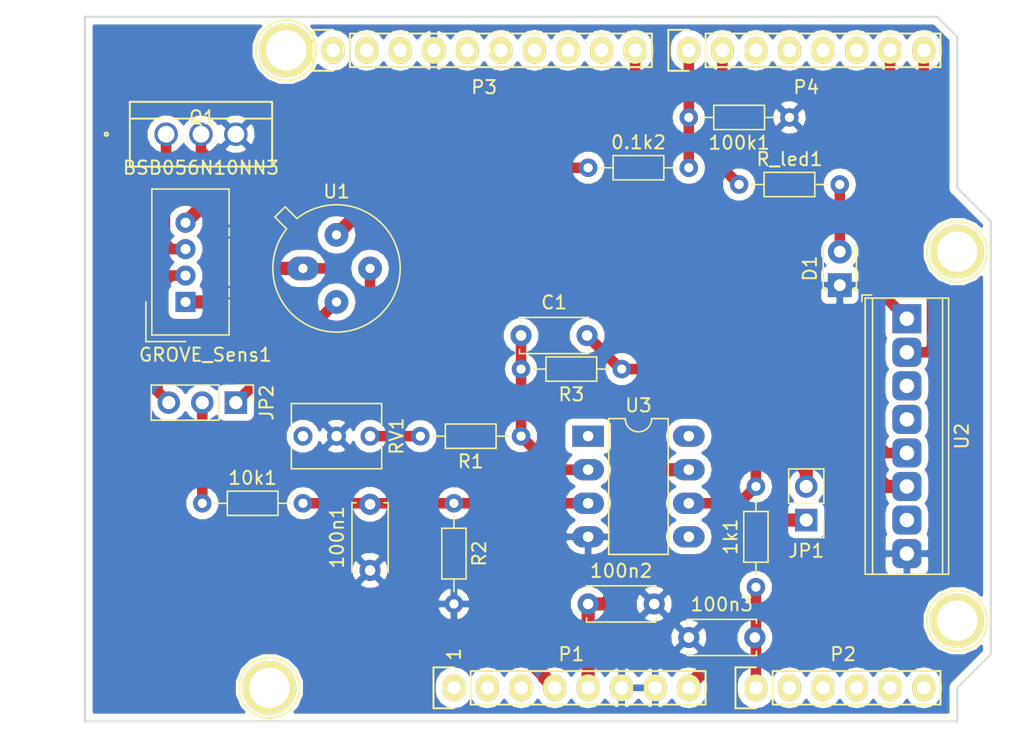
<source format=kicad_pcb>
(kicad_pcb (version 20171130) (host pcbnew "(5.0.0)")

  (general
    (thickness 1.6)
    (drawings 27)
    (tracks 105)
    (zones 0)
    (modules 29)
    (nets 22)
  )

  (page A4)
  (title_block
    (date "lun. 30 mars 2015")
  )

  (layers
    (0 F.Cu signal)
    (31 B.Cu signal)
    (32 B.Adhes user hide)
    (33 F.Adhes user hide)
    (34 B.Paste user)
    (35 F.Paste user)
    (36 B.SilkS user)
    (37 F.SilkS user)
    (38 B.Mask user hide)
    (39 F.Mask user hide)
    (40 Dwgs.User user)
    (41 Cmts.User user)
    (42 Eco1.User user)
    (43 Eco2.User user)
    (44 Edge.Cuts user)
    (45 Margin user)
    (46 B.CrtYd user)
    (47 F.CrtYd user)
    (48 B.Fab user)
    (49 F.Fab user)
  )

  (setup
    (last_trace_width 0.8)
    (trace_clearance 0.4)
    (zone_clearance 0.508)
    (zone_45_only no)
    (trace_min 0.6)
    (segment_width 0.15)
    (edge_width 0.15)
    (via_size 1.6)
    (via_drill 0.8)
    (via_min_size 0.4)
    (via_min_drill 0.3)
    (uvia_size 0.3)
    (uvia_drill 0.1)
    (uvias_allowed no)
    (uvia_min_size 0.2)
    (uvia_min_drill 0.1)
    (pcb_text_width 0.3)
    (pcb_text_size 1.5 1.5)
    (mod_edge_width 0.15)
    (mod_text_size 1 1)
    (mod_text_width 0.15)
    (pad_size 2.2 3)
    (pad_drill 1.1)
    (pad_to_mask_clearance 0)
    (solder_mask_min_width 0.25)
    (aux_axis_origin 110.998 126.365)
    (grid_origin 110.998 126.365)
    (visible_elements 7FFFEFFF)
    (pcbplotparams
      (layerselection 0x00030_80000001)
      (usegerberextensions false)
      (usegerberattributes false)
      (usegerberadvancedattributes false)
      (creategerberjobfile false)
      (excludeedgelayer true)
      (linewidth 0.100000)
      (plotframeref false)
      (viasonmask false)
      (mode 1)
      (useauxorigin false)
      (hpglpennumber 1)
      (hpglpenspeed 20)
      (hpglpendiameter 15.000000)
      (psnegative false)
      (psa4output false)
      (plotreference true)
      (plotvalue true)
      (plotinvisibletext false)
      (padsonsilk false)
      (subtractmaskfromsilk false)
      (outputformat 1)
      (mirror false)
      (drillshape 1)
      (scaleselection 1)
      (outputdirectory ""))
  )

  (net 0 "")
  (net 1 +5V)
  (net 2 GND)
  (net 3 /7)
  (net 4 +3V3)
  (net 5 "Net-(0.1k2-Pad1)")
  (net 6 A0)
  (net 7 Sortie_capt)
  (net 8 Sens_TO5)
  (net 9 Sens_Grov)
  (net 10 Vin)
  (net 11 RST)
  (net 12 Tx)
  (net 13 Rx)
  (net 14 Vin_chauff)
  (net 15 "Net-(R1-Pad2)")
  (net 16 In_Switch)
  (net 17 "Net-(100n1-Pad2)")
  (net 18 "Net-(1k1-Pad2)")
  (net 19 "Net-(C1-Pad1)")
  (net 20 "Net-(D1-Pad2)")
  (net 21 LED_ctrl)

  (net_class Default "This is the default net class."
    (clearance 0.4)
    (trace_width 0.8)
    (via_dia 1.6)
    (via_drill 0.8)
    (uvia_dia 0.3)
    (uvia_drill 0.1)
    (add_net /7)
    (add_net A0)
    (add_net In_Switch)
    (add_net LED_ctrl)
    (add_net "Net-(0.1k2-Pad1)")
    (add_net "Net-(100n1-Pad2)")
    (add_net "Net-(1k1-Pad2)")
    (add_net "Net-(C1-Pad1)")
    (add_net "Net-(D1-Pad2)")
    (add_net "Net-(R1-Pad2)")
    (add_net RST)
    (add_net Rx)
    (add_net Sens_Grov)
    (add_net Sens_TO5)
    (add_net Sortie_capt)
    (add_net Tx)
  )

  (net_class Power ""
    (clearance 0.4)
    (trace_width 1)
    (via_dia 1.6)
    (via_drill 0.8)
    (uvia_dia 0.3)
    (uvia_drill 0.1)
    (add_net +3V3)
    (add_net +5V)
    (add_net GND)
    (add_net Vin)
    (add_net Vin_chauff)
  )

  (module Socket_Arduino_Uno:Socket_Strip_Arduino_1x08 locked (layer F.Cu) (tedit 552168D2) (tstamp 551AF9EA)
    (at 138.938 123.825)
    (descr "Through hole socket strip")
    (tags "socket strip")
    (path /56D70129)
    (fp_text reference P1 (at 8.89 -2.54) (layer F.SilkS)
      (effects (font (size 1 1) (thickness 0.15)))
    )
    (fp_text value Power (at 8.89 -4.064) (layer F.Fab)
      (effects (font (size 1 1) (thickness 0.15)))
    )
    (fp_line (start -1.75 -1.75) (end -1.75 1.75) (layer F.CrtYd) (width 0.05))
    (fp_line (start 19.55 -1.75) (end 19.55 1.75) (layer F.CrtYd) (width 0.05))
    (fp_line (start -1.75 -1.75) (end 19.55 -1.75) (layer F.CrtYd) (width 0.05))
    (fp_line (start -1.75 1.75) (end 19.55 1.75) (layer F.CrtYd) (width 0.05))
    (fp_line (start 1.27 1.27) (end 19.05 1.27) (layer F.SilkS) (width 0.15))
    (fp_line (start 19.05 1.27) (end 19.05 -1.27) (layer F.SilkS) (width 0.15))
    (fp_line (start 19.05 -1.27) (end 1.27 -1.27) (layer F.SilkS) (width 0.15))
    (fp_line (start -1.55 1.55) (end 0 1.55) (layer F.SilkS) (width 0.15))
    (fp_line (start 1.27 1.27) (end 1.27 -1.27) (layer F.SilkS) (width 0.15))
    (fp_line (start 0 -1.55) (end -1.55 -1.55) (layer F.SilkS) (width 0.15))
    (fp_line (start -1.55 -1.55) (end -1.55 1.55) (layer F.SilkS) (width 0.15))
    (pad 1 thru_hole oval (at 0 0) (size 1.7272 2.032) (drill 1.016) (layers *.Cu *.Mask F.SilkS))
    (pad 2 thru_hole oval (at 2.54 0) (size 1.7272 2.032) (drill 1.016) (layers *.Cu *.Mask F.SilkS))
    (pad 3 thru_hole oval (at 5.08 0) (size 1.7272 2.032) (drill 1.016) (layers *.Cu *.Mask F.SilkS))
    (pad 4 thru_hole oval (at 7.62 0) (size 1.7272 2.032) (drill 1.016) (layers *.Cu *.Mask F.SilkS)
      (net 4 +3V3))
    (pad 5 thru_hole oval (at 10.16 0) (size 1.7272 2.032) (drill 1.016) (layers *.Cu *.Mask F.SilkS)
      (net 1 +5V))
    (pad 6 thru_hole oval (at 12.7 0) (size 1.7272 2.032) (drill 1.016) (layers *.Cu *.Mask F.SilkS)
      (net 2 GND))
    (pad 7 thru_hole oval (at 15.24 0) (size 1.7272 2.032) (drill 1.016) (layers *.Cu *.Mask F.SilkS)
      (net 2 GND))
    (pad 8 thru_hole oval (at 17.78 0) (size 1.7272 2.032) (drill 1.016) (layers *.Cu *.Mask F.SilkS)
      (net 10 Vin))
    (model ${KIPRJMOD}/Socket_Arduino_Uno.3dshapes/Socket_header_Arduino_1x08.wrl
      (offset (xyz 8.889999866485596 0 0))
      (scale (xyz 1 1 1))
      (rotate (xyz 0 0 180))
    )
  )

  (module Socket_Arduino_Uno:Socket_Strip_Arduino_1x06 locked (layer F.Cu) (tedit 552168D6) (tstamp 551AF9FF)
    (at 161.798 123.825)
    (descr "Through hole socket strip")
    (tags "socket strip")
    (path /56D70DD8)
    (fp_text reference P2 (at 6.604 -2.54) (layer F.SilkS)
      (effects (font (size 1 1) (thickness 0.15)))
    )
    (fp_text value Analog (at 6.604 -4.064) (layer F.Fab)
      (effects (font (size 1 1) (thickness 0.15)))
    )
    (fp_line (start -1.75 -1.75) (end -1.75 1.75) (layer F.CrtYd) (width 0.05))
    (fp_line (start 14.45 -1.75) (end 14.45 1.75) (layer F.CrtYd) (width 0.05))
    (fp_line (start -1.75 -1.75) (end 14.45 -1.75) (layer F.CrtYd) (width 0.05))
    (fp_line (start -1.75 1.75) (end 14.45 1.75) (layer F.CrtYd) (width 0.05))
    (fp_line (start 1.27 1.27) (end 13.97 1.27) (layer F.SilkS) (width 0.15))
    (fp_line (start 13.97 1.27) (end 13.97 -1.27) (layer F.SilkS) (width 0.15))
    (fp_line (start 13.97 -1.27) (end 1.27 -1.27) (layer F.SilkS) (width 0.15))
    (fp_line (start -1.55 1.55) (end 0 1.55) (layer F.SilkS) (width 0.15))
    (fp_line (start 1.27 1.27) (end 1.27 -1.27) (layer F.SilkS) (width 0.15))
    (fp_line (start 0 -1.55) (end -1.55 -1.55) (layer F.SilkS) (width 0.15))
    (fp_line (start -1.55 -1.55) (end -1.55 1.55) (layer F.SilkS) (width 0.15))
    (pad 1 thru_hole oval (at 0 0) (size 1.7272 2.032) (drill 1.016) (layers *.Cu *.Mask F.SilkS)
      (net 6 A0))
    (pad 2 thru_hole oval (at 2.54 0) (size 1.7272 2.032) (drill 1.016) (layers *.Cu *.Mask F.SilkS))
    (pad 3 thru_hole oval (at 5.08 0) (size 1.7272 2.032) (drill 1.016) (layers *.Cu *.Mask F.SilkS))
    (pad 4 thru_hole oval (at 7.62 0) (size 1.7272 2.032) (drill 1.016) (layers *.Cu *.Mask F.SilkS))
    (pad 5 thru_hole oval (at 10.16 0) (size 1.7272 2.032) (drill 1.016) (layers *.Cu *.Mask F.SilkS))
    (pad 6 thru_hole oval (at 12.7 0) (size 1.7272 2.032) (drill 1.016) (layers *.Cu *.Mask F.SilkS))
    (model ${KIPRJMOD}/Socket_Arduino_Uno.3dshapes/Socket_header_Arduino_1x06.wrl
      (offset (xyz 6.349999904632568 0 0))
      (scale (xyz 1 1 1))
      (rotate (xyz 0 0 180))
    )
  )

  (module Socket_Arduino_Uno:Socket_Strip_Arduino_1x10 locked (layer F.Cu) (tedit 552168BF) (tstamp 551AFA18)
    (at 129.794 75.565)
    (descr "Through hole socket strip")
    (tags "socket strip")
    (path /56D721E0)
    (fp_text reference P3 (at 11.43 2.794) (layer F.SilkS)
      (effects (font (size 1 1) (thickness 0.15)))
    )
    (fp_text value Digital (at 11.43 4.318) (layer F.Fab)
      (effects (font (size 1 1) (thickness 0.15)))
    )
    (fp_line (start -1.75 -1.75) (end -1.75 1.75) (layer F.CrtYd) (width 0.05))
    (fp_line (start 24.65 -1.75) (end 24.65 1.75) (layer F.CrtYd) (width 0.05))
    (fp_line (start -1.75 -1.75) (end 24.65 -1.75) (layer F.CrtYd) (width 0.05))
    (fp_line (start -1.75 1.75) (end 24.65 1.75) (layer F.CrtYd) (width 0.05))
    (fp_line (start 1.27 1.27) (end 24.13 1.27) (layer F.SilkS) (width 0.15))
    (fp_line (start 24.13 1.27) (end 24.13 -1.27) (layer F.SilkS) (width 0.15))
    (fp_line (start 24.13 -1.27) (end 1.27 -1.27) (layer F.SilkS) (width 0.15))
    (fp_line (start -1.55 1.55) (end 0 1.55) (layer F.SilkS) (width 0.15))
    (fp_line (start 1.27 1.27) (end 1.27 -1.27) (layer F.SilkS) (width 0.15))
    (fp_line (start 0 -1.55) (end -1.55 -1.55) (layer F.SilkS) (width 0.15))
    (fp_line (start -1.55 -1.55) (end -1.55 1.55) (layer F.SilkS) (width 0.15))
    (pad 1 thru_hole oval (at 0 0) (size 1.7272 2.032) (drill 1.016) (layers *.Cu *.Mask F.SilkS))
    (pad 2 thru_hole oval (at 2.54 0) (size 1.7272 2.032) (drill 1.016) (layers *.Cu *.Mask F.SilkS))
    (pad 3 thru_hole oval (at 5.08 0) (size 1.7272 2.032) (drill 1.016) (layers *.Cu *.Mask F.SilkS))
    (pad 4 thru_hole oval (at 7.62 0) (size 1.7272 2.032) (drill 1.016) (layers *.Cu *.Mask F.SilkS)
      (net 2 GND))
    (pad 5 thru_hole oval (at 10.16 0) (size 1.7272 2.032) (drill 1.016) (layers *.Cu *.Mask F.SilkS))
    (pad 6 thru_hole oval (at 12.7 0) (size 1.7272 2.032) (drill 1.016) (layers *.Cu *.Mask F.SilkS))
    (pad 7 thru_hole oval (at 15.24 0) (size 1.7272 2.032) (drill 1.016) (layers *.Cu *.Mask F.SilkS))
    (pad 8 thru_hole oval (at 17.78 0) (size 1.7272 2.032) (drill 1.016) (layers *.Cu *.Mask F.SilkS))
    (pad 9 thru_hole oval (at 20.32 0) (size 1.7272 2.032) (drill 1.016) (layers *.Cu *.Mask F.SilkS))
    (pad 10 thru_hole oval (at 22.86 0) (size 1.7272 2.032) (drill 1.016) (layers *.Cu *.Mask F.SilkS)
      (net 11 RST))
    (model ${KIPRJMOD}/Socket_Arduino_Uno.3dshapes/Socket_header_Arduino_1x10.wrl
      (offset (xyz 11.42999982833862 0 0))
      (scale (xyz 1 1 1))
      (rotate (xyz 0 0 180))
    )
  )

  (module Socket_Arduino_Uno:Socket_Strip_Arduino_1x08 locked (layer F.Cu) (tedit 552168C7) (tstamp 551AFA2F)
    (at 156.718 75.565)
    (descr "Through hole socket strip")
    (tags "socket strip")
    (path /56D7164F)
    (fp_text reference P4 (at 8.89 2.794) (layer F.SilkS)
      (effects (font (size 1 1) (thickness 0.15)))
    )
    (fp_text value Digital (at 8.89 4.318) (layer F.Fab)
      (effects (font (size 1 1) (thickness 0.15)))
    )
    (fp_line (start -1.75 -1.75) (end -1.75 1.75) (layer F.CrtYd) (width 0.05))
    (fp_line (start 19.55 -1.75) (end 19.55 1.75) (layer F.CrtYd) (width 0.05))
    (fp_line (start -1.75 -1.75) (end 19.55 -1.75) (layer F.CrtYd) (width 0.05))
    (fp_line (start -1.75 1.75) (end 19.55 1.75) (layer F.CrtYd) (width 0.05))
    (fp_line (start 1.27 1.27) (end 19.05 1.27) (layer F.SilkS) (width 0.15))
    (fp_line (start 19.05 1.27) (end 19.05 -1.27) (layer F.SilkS) (width 0.15))
    (fp_line (start 19.05 -1.27) (end 1.27 -1.27) (layer F.SilkS) (width 0.15))
    (fp_line (start -1.55 1.55) (end 0 1.55) (layer F.SilkS) (width 0.15))
    (fp_line (start 1.27 1.27) (end 1.27 -1.27) (layer F.SilkS) (width 0.15))
    (fp_line (start 0 -1.55) (end -1.55 -1.55) (layer F.SilkS) (width 0.15))
    (fp_line (start -1.55 -1.55) (end -1.55 1.55) (layer F.SilkS) (width 0.15))
    (pad 1 thru_hole oval (at 0 0) (size 1.7272 2.032) (drill 1.016) (layers *.Cu *.Mask F.SilkS)
      (net 3 /7))
    (pad 2 thru_hole oval (at 2.54 0) (size 1.7272 2.032) (drill 1.016) (layers *.Cu *.Mask F.SilkS)
      (net 21 LED_ctrl))
    (pad 3 thru_hole oval (at 5.08 0) (size 1.7272 2.032) (drill 1.016) (layers *.Cu *.Mask F.SilkS))
    (pad 4 thru_hole oval (at 7.62 0) (size 1.7272 2.032) (drill 1.016) (layers *.Cu *.Mask F.SilkS))
    (pad 5 thru_hole oval (at 10.16 0) (size 1.7272 2.032) (drill 1.016) (layers *.Cu *.Mask F.SilkS))
    (pad 6 thru_hole oval (at 12.7 0) (size 1.7272 2.032) (drill 1.016) (layers *.Cu *.Mask F.SilkS))
    (pad 7 thru_hole oval (at 15.24 0) (size 1.7272 2.032) (drill 1.016) (layers *.Cu *.Mask F.SilkS)
      (net 12 Tx))
    (pad 8 thru_hole oval (at 17.78 0) (size 1.7272 2.032) (drill 1.016) (layers *.Cu *.Mask F.SilkS)
      (net 13 Rx))
    (model ${KIPRJMOD}/Socket_Arduino_Uno.3dshapes/Socket_header_Arduino_1x08.wrl
      (offset (xyz 8.889999866485596 0 0))
      (scale (xyz 1 1 1))
      (rotate (xyz 0 0 180))
    )
  )

  (module Socket_Arduino_Uno:Arduino_1pin locked (layer F.Cu) (tedit 5524FC39) (tstamp 5524FC3F)
    (at 124.968 123.825)
    (descr "module 1 pin (ou trou mecanique de percage)")
    (tags DEV)
    (path /56D71177)
    (fp_text reference P5 (at 0 -3.048) (layer F.SilkS) hide
      (effects (font (size 1 1) (thickness 0.15)))
    )
    (fp_text value CONN_01X01 (at 0 2.794) (layer F.Fab) hide
      (effects (font (size 1 1) (thickness 0.15)))
    )
    (fp_circle (center 0 0) (end 0 -2.286) (layer F.SilkS) (width 0.15))
    (pad 1 thru_hole circle (at 0 0) (size 4.064 4.064) (drill 3.048) (layers *.Cu *.Mask F.SilkS))
  )

  (module Socket_Arduino_Uno:Arduino_1pin locked (layer F.Cu) (tedit 5524FC4A) (tstamp 5524FC44)
    (at 177.038 118.745)
    (descr "module 1 pin (ou trou mecanique de percage)")
    (tags DEV)
    (path /56D71274)
    (fp_text reference P6 (at 0 -3.048) (layer F.SilkS) hide
      (effects (font (size 1 1) (thickness 0.15)))
    )
    (fp_text value CONN_01X01 (at 0 2.794) (layer F.Fab) hide
      (effects (font (size 1 1) (thickness 0.15)))
    )
    (fp_circle (center 0 0) (end 0 -2.286) (layer F.SilkS) (width 0.15))
    (pad 1 thru_hole circle (at 0 0) (size 4.064 4.064) (drill 3.048) (layers *.Cu *.Mask F.SilkS))
  )

  (module Socket_Arduino_Uno:Arduino_1pin locked (layer F.Cu) (tedit 5524FC2F) (tstamp 5524FC49)
    (at 126.238 75.565)
    (descr "module 1 pin (ou trou mecanique de percage)")
    (tags DEV)
    (path /56D712A8)
    (fp_text reference P7 (at 0 -3.048) (layer F.SilkS) hide
      (effects (font (size 1 1) (thickness 0.15)))
    )
    (fp_text value CONN_01X01 (at 0 2.794) (layer F.Fab) hide
      (effects (font (size 1 1) (thickness 0.15)))
    )
    (fp_circle (center 0 0) (end 0 -2.286) (layer F.SilkS) (width 0.15))
    (pad 1 thru_hole circle (at 0 0) (size 4.064 4.064) (drill 3.048) (layers *.Cu *.Mask F.SilkS))
  )

  (module Socket_Arduino_Uno:Arduino_1pin locked (layer F.Cu) (tedit 5524FC41) (tstamp 5524FC4E)
    (at 177.038 90.805)
    (descr "module 1 pin (ou trou mecanique de percage)")
    (tags DEV)
    (path /56D712DB)
    (fp_text reference P8 (at 0 -3.048) (layer F.SilkS) hide
      (effects (font (size 1 1) (thickness 0.15)))
    )
    (fp_text value CONN_01X01 (at 0 2.794) (layer F.Fab) hide
      (effects (font (size 1 1) (thickness 0.15)))
    )
    (fp_circle (center 0 0) (end 0 -2.286) (layer F.SilkS) (width 0.15))
    (pad 1 thru_hole circle (at 0 0) (size 4.064 4.064) (drill 3.048) (layers *.Cu *.Mask F.SilkS))
  )

  (module Resistor_THT:R_Axial_DIN0204_L3.6mm_D1.6mm_P7.62mm_Horizontal (layer F.Cu) (tedit 5AE5139B) (tstamp 5C066C0A)
    (at 164.338 80.645 180)
    (descr "Resistor, Axial_DIN0204 series, Axial, Horizontal, pin pitch=7.62mm, 0.167W, length*diameter=3.6*1.6mm^2, http://cdn-reichelt.de/documents/datenblatt/B400/1_4W%23YAG.pdf")
    (tags "Resistor Axial_DIN0204 series Axial Horizontal pin pitch 7.62mm 0.167W length 3.6mm diameter 1.6mm")
    (path /5C03CA48)
    (fp_text reference 100k1 (at 3.81 -1.92 180) (layer F.SilkS)
      (effects (font (size 1 1) (thickness 0.15)))
    )
    (fp_text value R (at 3.81 1.92 180) (layer F.Fab)
      (effects (font (size 1 1) (thickness 0.15)))
    )
    (fp_text user %R (at 3.81 0 180) (layer F.Fab)
      (effects (font (size 0.72 0.72) (thickness 0.108)))
    )
    (fp_line (start 8.57 -1.05) (end -0.95 -1.05) (layer F.CrtYd) (width 0.05))
    (fp_line (start 8.57 1.05) (end 8.57 -1.05) (layer F.CrtYd) (width 0.05))
    (fp_line (start -0.95 1.05) (end 8.57 1.05) (layer F.CrtYd) (width 0.05))
    (fp_line (start -0.95 -1.05) (end -0.95 1.05) (layer F.CrtYd) (width 0.05))
    (fp_line (start 6.68 0) (end 5.73 0) (layer F.SilkS) (width 0.12))
    (fp_line (start 0.94 0) (end 1.89 0) (layer F.SilkS) (width 0.12))
    (fp_line (start 5.73 -0.92) (end 1.89 -0.92) (layer F.SilkS) (width 0.12))
    (fp_line (start 5.73 0.92) (end 5.73 -0.92) (layer F.SilkS) (width 0.12))
    (fp_line (start 1.89 0.92) (end 5.73 0.92) (layer F.SilkS) (width 0.12))
    (fp_line (start 1.89 -0.92) (end 1.89 0.92) (layer F.SilkS) (width 0.12))
    (fp_line (start 7.62 0) (end 5.61 0) (layer F.Fab) (width 0.1))
    (fp_line (start 0 0) (end 2.01 0) (layer F.Fab) (width 0.1))
    (fp_line (start 5.61 -0.8) (end 2.01 -0.8) (layer F.Fab) (width 0.1))
    (fp_line (start 5.61 0.8) (end 5.61 -0.8) (layer F.Fab) (width 0.1))
    (fp_line (start 2.01 0.8) (end 5.61 0.8) (layer F.Fab) (width 0.1))
    (fp_line (start 2.01 -0.8) (end 2.01 0.8) (layer F.Fab) (width 0.1))
    (pad 2 thru_hole oval (at 7.62 0 180) (size 1.4 1.4) (drill 0.7) (layers *.Cu *.Mask)
      (net 3 /7))
    (pad 1 thru_hole circle (at 0 0 180) (size 1.4 1.4) (drill 0.7) (layers *.Cu *.Mask)
      (net 2 GND))
    (model ${KISYS3DMOD}/Resistor_THT.3dshapes/R_Axial_DIN0204_L3.6mm_D1.6mm_P7.62mm_Horizontal.wrl
      (at (xyz 0 0 0))
      (scale (xyz 1 1 1))
      (rotate (xyz 0 0 0))
    )
  )

  (module Resistor_THT:R_Axial_DIN0204_L3.6mm_D1.6mm_P7.62mm_Horizontal (layer F.Cu) (tedit 5AE5139B) (tstamp 5C066AC0)
    (at 149.098 84.455)
    (descr "Resistor, Axial_DIN0204 series, Axial, Horizontal, pin pitch=7.62mm, 0.167W, length*diameter=3.6*1.6mm^2, http://cdn-reichelt.de/documents/datenblatt/B400/1_4W%23YAG.pdf")
    (tags "Resistor Axial_DIN0204 series Axial Horizontal pin pitch 7.62mm 0.167W length 3.6mm diameter 1.6mm")
    (path /5C03A988)
    (fp_text reference 0.1k2 (at 3.81 -1.92) (layer F.SilkS)
      (effects (font (size 1 1) (thickness 0.15)))
    )
    (fp_text value R (at 3.81 1.92) (layer F.Fab)
      (effects (font (size 1 1) (thickness 0.15)))
    )
    (fp_line (start 2.01 -0.8) (end 2.01 0.8) (layer F.Fab) (width 0.1))
    (fp_line (start 2.01 0.8) (end 5.61 0.8) (layer F.Fab) (width 0.1))
    (fp_line (start 5.61 0.8) (end 5.61 -0.8) (layer F.Fab) (width 0.1))
    (fp_line (start 5.61 -0.8) (end 2.01 -0.8) (layer F.Fab) (width 0.1))
    (fp_line (start 0 0) (end 2.01 0) (layer F.Fab) (width 0.1))
    (fp_line (start 7.62 0) (end 5.61 0) (layer F.Fab) (width 0.1))
    (fp_line (start 1.89 -0.92) (end 1.89 0.92) (layer F.SilkS) (width 0.12))
    (fp_line (start 1.89 0.92) (end 5.73 0.92) (layer F.SilkS) (width 0.12))
    (fp_line (start 5.73 0.92) (end 5.73 -0.92) (layer F.SilkS) (width 0.12))
    (fp_line (start 5.73 -0.92) (end 1.89 -0.92) (layer F.SilkS) (width 0.12))
    (fp_line (start 0.94 0) (end 1.89 0) (layer F.SilkS) (width 0.12))
    (fp_line (start 6.68 0) (end 5.73 0) (layer F.SilkS) (width 0.12))
    (fp_line (start -0.95 -1.05) (end -0.95 1.05) (layer F.CrtYd) (width 0.05))
    (fp_line (start -0.95 1.05) (end 8.57 1.05) (layer F.CrtYd) (width 0.05))
    (fp_line (start 8.57 1.05) (end 8.57 -1.05) (layer F.CrtYd) (width 0.05))
    (fp_line (start 8.57 -1.05) (end -0.95 -1.05) (layer F.CrtYd) (width 0.05))
    (fp_text user %R (at 3.81 0) (layer F.Fab)
      (effects (font (size 0.72 0.72) (thickness 0.108)))
    )
    (pad 1 thru_hole circle (at 0 0) (size 1.4 1.4) (drill 0.7) (layers *.Cu *.Mask)
      (net 5 "Net-(0.1k2-Pad1)"))
    (pad 2 thru_hole oval (at 7.62 0) (size 1.4 1.4) (drill 0.7) (layers *.Cu *.Mask)
      (net 3 /7))
    (model ${KISYS3DMOD}/Resistor_THT.3dshapes/R_Axial_DIN0204_L3.6mm_D1.6mm_P7.62mm_Horizontal.wrl
      (at (xyz 0 0 0))
      (scale (xyz 1 1 1))
      (rotate (xyz 0 0 0))
    )
  )

  (module Resistor_THT:R_Axial_DIN0204_L3.6mm_D1.6mm_P7.62mm_Horizontal (layer F.Cu) (tedit 5AE5139B) (tstamp 5BFBF719)
    (at 138.938 109.855 270)
    (descr "Resistor, Axial_DIN0204 series, Axial, Horizontal, pin pitch=7.62mm, 0.167W, length*diameter=3.6*1.6mm^2, http://cdn-reichelt.de/documents/datenblatt/B400/1_4W%23YAG.pdf")
    (tags "Resistor Axial_DIN0204 series Axial Horizontal pin pitch 7.62mm 0.167W length 3.6mm diameter 1.6mm")
    (path /5BF9A80A)
    (fp_text reference R2 (at 3.81 -1.92 270) (layer F.SilkS)
      (effects (font (size 1 1) (thickness 0.15)))
    )
    (fp_text value 100k (at 3.81 1.92 270) (layer F.Fab)
      (effects (font (size 1 1) (thickness 0.15)))
    )
    (fp_text user %R (at 3.81 0 270) (layer F.Fab)
      (effects (font (size 0.72 0.72) (thickness 0.108)))
    )
    (fp_line (start 8.57 -1.05) (end -0.95 -1.05) (layer F.CrtYd) (width 0.05))
    (fp_line (start 8.57 1.05) (end 8.57 -1.05) (layer F.CrtYd) (width 0.05))
    (fp_line (start -0.95 1.05) (end 8.57 1.05) (layer F.CrtYd) (width 0.05))
    (fp_line (start -0.95 -1.05) (end -0.95 1.05) (layer F.CrtYd) (width 0.05))
    (fp_line (start 6.68 0) (end 5.73 0) (layer F.SilkS) (width 0.12))
    (fp_line (start 0.94 0) (end 1.89 0) (layer F.SilkS) (width 0.12))
    (fp_line (start 5.73 -0.92) (end 1.89 -0.92) (layer F.SilkS) (width 0.12))
    (fp_line (start 5.73 0.92) (end 5.73 -0.92) (layer F.SilkS) (width 0.12))
    (fp_line (start 1.89 0.92) (end 5.73 0.92) (layer F.SilkS) (width 0.12))
    (fp_line (start 1.89 -0.92) (end 1.89 0.92) (layer F.SilkS) (width 0.12))
    (fp_line (start 7.62 0) (end 5.61 0) (layer F.Fab) (width 0.1))
    (fp_line (start 0 0) (end 2.01 0) (layer F.Fab) (width 0.1))
    (fp_line (start 5.61 -0.8) (end 2.01 -0.8) (layer F.Fab) (width 0.1))
    (fp_line (start 5.61 0.8) (end 5.61 -0.8) (layer F.Fab) (width 0.1))
    (fp_line (start 2.01 0.8) (end 5.61 0.8) (layer F.Fab) (width 0.1))
    (fp_line (start 2.01 -0.8) (end 2.01 0.8) (layer F.Fab) (width 0.1))
    (pad 2 thru_hole oval (at 7.62 0 270) (size 1.4 1.4) (drill 0.7) (layers *.Cu *.Mask)
      (net 2 GND))
    (pad 1 thru_hole circle (at 0 0 270) (size 1.4 1.4) (drill 0.7) (layers *.Cu *.Mask)
      (net 17 "Net-(100n1-Pad2)"))
    (model ${KISYS3DMOD}/Resistor_THT.3dshapes/R_Axial_DIN0204_L3.6mm_D1.6mm_P7.62mm_Horizontal.wrl
      (at (xyz 0 0 0))
      (scale (xyz 1 1 1))
      (rotate (xyz 0 0 0))
    )
  )

  (module Resistor_THT:R_Axial_DIN0204_L3.6mm_D1.6mm_P7.62mm_Horizontal (layer F.Cu) (tedit 5AE5139B) (tstamp 5C066B86)
    (at 151.638 99.695 180)
    (descr "Resistor, Axial_DIN0204 series, Axial, Horizontal, pin pitch=7.62mm, 0.167W, length*diameter=3.6*1.6mm^2, http://cdn-reichelt.de/documents/datenblatt/B400/1_4W%23YAG.pdf")
    (tags "Resistor Axial_DIN0204 series Axial Horizontal pin pitch 7.62mm 0.167W length 3.6mm diameter 1.6mm")
    (path /5BFF46CB)
    (fp_text reference R3 (at 3.81 -1.92 180) (layer F.SilkS)
      (effects (font (size 1 1) (thickness 0.15)))
    )
    (fp_text value 100k (at 3.81 1.92 180) (layer F.Fab)
      (effects (font (size 1 1) (thickness 0.15)))
    )
    (fp_line (start 2.01 -0.8) (end 2.01 0.8) (layer F.Fab) (width 0.1))
    (fp_line (start 2.01 0.8) (end 5.61 0.8) (layer F.Fab) (width 0.1))
    (fp_line (start 5.61 0.8) (end 5.61 -0.8) (layer F.Fab) (width 0.1))
    (fp_line (start 5.61 -0.8) (end 2.01 -0.8) (layer F.Fab) (width 0.1))
    (fp_line (start 0 0) (end 2.01 0) (layer F.Fab) (width 0.1))
    (fp_line (start 7.62 0) (end 5.61 0) (layer F.Fab) (width 0.1))
    (fp_line (start 1.89 -0.92) (end 1.89 0.92) (layer F.SilkS) (width 0.12))
    (fp_line (start 1.89 0.92) (end 5.73 0.92) (layer F.SilkS) (width 0.12))
    (fp_line (start 5.73 0.92) (end 5.73 -0.92) (layer F.SilkS) (width 0.12))
    (fp_line (start 5.73 -0.92) (end 1.89 -0.92) (layer F.SilkS) (width 0.12))
    (fp_line (start 0.94 0) (end 1.89 0) (layer F.SilkS) (width 0.12))
    (fp_line (start 6.68 0) (end 5.73 0) (layer F.SilkS) (width 0.12))
    (fp_line (start -0.95 -1.05) (end -0.95 1.05) (layer F.CrtYd) (width 0.05))
    (fp_line (start -0.95 1.05) (end 8.57 1.05) (layer F.CrtYd) (width 0.05))
    (fp_line (start 8.57 1.05) (end 8.57 -1.05) (layer F.CrtYd) (width 0.05))
    (fp_line (start 8.57 -1.05) (end -0.95 -1.05) (layer F.CrtYd) (width 0.05))
    (fp_text user %R (at 3.81 0 180) (layer F.Fab)
      (effects (font (size 0.72 0.72) (thickness 0.108)))
    )
    (pad 1 thru_hole circle (at 0 0 180) (size 1.4 1.4) (drill 0.7) (layers *.Cu *.Mask)
      (net 18 "Net-(1k1-Pad2)"))
    (pad 2 thru_hole oval (at 7.62 0 180) (size 1.4 1.4) (drill 0.7) (layers *.Cu *.Mask)
      (net 19 "Net-(C1-Pad1)"))
    (model ${KISYS3DMOD}/Resistor_THT.3dshapes/R_Axial_DIN0204_L3.6mm_D1.6mm_P7.62mm_Horizontal.wrl
      (at (xyz 0 0 0))
      (scale (xyz 1 1 1))
      (rotate (xyz 0 0 0))
    )
  )

  (module Capacitor_THT:C_Disc_D5.0mm_W2.5mm_P5.00mm (layer F.Cu) (tedit 5AE50EF0) (tstamp 5C066CBC)
    (at 132.588 114.935 90)
    (descr "C, Disc series, Radial, pin pitch=5.00mm, , diameter*width=5*2.5mm^2, Capacitor, http://cdn-reichelt.de/documents/datenblatt/B300/DS_KERKO_TC.pdf")
    (tags "C Disc series Radial pin pitch 5.00mm  diameter 5mm width 2.5mm Capacitor")
    (path /5BF9C016)
    (fp_text reference 100n1 (at 2.5 -2.5 90) (layer F.SilkS)
      (effects (font (size 1 1) (thickness 0.15)))
    )
    (fp_text value C_1 (at 2.5 2.5 90) (layer F.Fab)
      (effects (font (size 1 1) (thickness 0.15)))
    )
    (fp_line (start 0 -1.25) (end 0 1.25) (layer F.Fab) (width 0.1))
    (fp_line (start 0 1.25) (end 5 1.25) (layer F.Fab) (width 0.1))
    (fp_line (start 5 1.25) (end 5 -1.25) (layer F.Fab) (width 0.1))
    (fp_line (start 5 -1.25) (end 0 -1.25) (layer F.Fab) (width 0.1))
    (fp_line (start -0.12 -1.37) (end 5.12 -1.37) (layer F.SilkS) (width 0.12))
    (fp_line (start -0.12 1.37) (end 5.12 1.37) (layer F.SilkS) (width 0.12))
    (fp_line (start -0.12 -1.37) (end -0.12 -1.055) (layer F.SilkS) (width 0.12))
    (fp_line (start -0.12 1.055) (end -0.12 1.37) (layer F.SilkS) (width 0.12))
    (fp_line (start 5.12 -1.37) (end 5.12 -1.055) (layer F.SilkS) (width 0.12))
    (fp_line (start 5.12 1.055) (end 5.12 1.37) (layer F.SilkS) (width 0.12))
    (fp_line (start -1.05 -1.5) (end -1.05 1.5) (layer F.CrtYd) (width 0.05))
    (fp_line (start -1.05 1.5) (end 6.05 1.5) (layer F.CrtYd) (width 0.05))
    (fp_line (start 6.05 1.5) (end 6.05 -1.5) (layer F.CrtYd) (width 0.05))
    (fp_line (start 6.05 -1.5) (end -1.05 -1.5) (layer F.CrtYd) (width 0.05))
    (fp_text user %R (at 2.5 0 90) (layer F.Fab)
      (effects (font (size 1 1) (thickness 0.15)))
    )
    (pad 1 thru_hole circle (at 0 0 90) (size 1.6 1.6) (drill 0.8) (layers *.Cu *.Mask)
      (net 2 GND))
    (pad 2 thru_hole circle (at 5 0 90) (size 1.6 1.6) (drill 0.8) (layers *.Cu *.Mask)
      (net 17 "Net-(100n1-Pad2)"))
    (model ${KISYS3DMOD}/Capacitor_THT.3dshapes/C_Disc_D5.0mm_W2.5mm_P5.00mm.wrl
      (at (xyz 0 0 0))
      (scale (xyz 1 1 1))
      (rotate (xyz 0 0 0))
    )
  )

  (module Capacitor_THT:C_Disc_D5.0mm_W2.5mm_P5.00mm (layer F.Cu) (tedit 5AE50EF0) (tstamp 5C066E2D)
    (at 149.098 117.475)
    (descr "C, Disc series, Radial, pin pitch=5.00mm, , diameter*width=5*2.5mm^2, Capacitor, http://cdn-reichelt.de/documents/datenblatt/B300/DS_KERKO_TC.pdf")
    (tags "C Disc series Radial pin pitch 5.00mm  diameter 5mm width 2.5mm Capacitor")
    (path /5BF984BB)
    (fp_text reference 100n2 (at 2.5 -2.5) (layer F.SilkS)
      (effects (font (size 1 1) (thickness 0.15)))
    )
    (fp_text value C_decoup (at 2.5 2.5) (layer F.Fab)
      (effects (font (size 1 1) (thickness 0.15)))
    )
    (fp_text user %R (at 2.5 0) (layer F.Fab)
      (effects (font (size 1 1) (thickness 0.15)))
    )
    (fp_line (start 6.05 -1.5) (end -1.05 -1.5) (layer F.CrtYd) (width 0.05))
    (fp_line (start 6.05 1.5) (end 6.05 -1.5) (layer F.CrtYd) (width 0.05))
    (fp_line (start -1.05 1.5) (end 6.05 1.5) (layer F.CrtYd) (width 0.05))
    (fp_line (start -1.05 -1.5) (end -1.05 1.5) (layer F.CrtYd) (width 0.05))
    (fp_line (start 5.12 1.055) (end 5.12 1.37) (layer F.SilkS) (width 0.12))
    (fp_line (start 5.12 -1.37) (end 5.12 -1.055) (layer F.SilkS) (width 0.12))
    (fp_line (start -0.12 1.055) (end -0.12 1.37) (layer F.SilkS) (width 0.12))
    (fp_line (start -0.12 -1.37) (end -0.12 -1.055) (layer F.SilkS) (width 0.12))
    (fp_line (start -0.12 1.37) (end 5.12 1.37) (layer F.SilkS) (width 0.12))
    (fp_line (start -0.12 -1.37) (end 5.12 -1.37) (layer F.SilkS) (width 0.12))
    (fp_line (start 5 -1.25) (end 0 -1.25) (layer F.Fab) (width 0.1))
    (fp_line (start 5 1.25) (end 5 -1.25) (layer F.Fab) (width 0.1))
    (fp_line (start 0 1.25) (end 5 1.25) (layer F.Fab) (width 0.1))
    (fp_line (start 0 -1.25) (end 0 1.25) (layer F.Fab) (width 0.1))
    (pad 2 thru_hole circle (at 5 0) (size 1.6 1.6) (drill 0.8) (layers *.Cu *.Mask)
      (net 2 GND))
    (pad 1 thru_hole circle (at 0 0) (size 1.6 1.6) (drill 0.8) (layers *.Cu *.Mask)
      (net 1 +5V))
    (model ${KISYS3DMOD}/Capacitor_THT.3dshapes/C_Disc_D5.0mm_W2.5mm_P5.00mm.wrl
      (at (xyz 0 0 0))
      (scale (xyz 1 1 1))
      (rotate (xyz 0 0 0))
    )
  )

  (module Capacitor_THT:C_Disc_D5.0mm_W2.5mm_P5.00mm (layer F.Cu) (tedit 5AE50EF0) (tstamp 5BFBFA92)
    (at 156.718 120.015)
    (descr "C, Disc series, Radial, pin pitch=5.00mm, , diameter*width=5*2.5mm^2, Capacitor, http://cdn-reichelt.de/documents/datenblatt/B300/DS_KERKO_TC.pdf")
    (tags "C Disc series Radial pin pitch 5.00mm  diameter 5mm width 2.5mm Capacitor")
    (path /5BFFAAB4)
    (fp_text reference 100n3 (at 2.5 -2.5) (layer F.SilkS)
      (effects (font (size 1 1) (thickness 0.15)))
    )
    (fp_text value C_1 (at 2.5 2.5) (layer F.Fab)
      (effects (font (size 1 1) (thickness 0.15)))
    )
    (fp_line (start 0 -1.25) (end 0 1.25) (layer F.Fab) (width 0.1))
    (fp_line (start 0 1.25) (end 5 1.25) (layer F.Fab) (width 0.1))
    (fp_line (start 5 1.25) (end 5 -1.25) (layer F.Fab) (width 0.1))
    (fp_line (start 5 -1.25) (end 0 -1.25) (layer F.Fab) (width 0.1))
    (fp_line (start -0.12 -1.37) (end 5.12 -1.37) (layer F.SilkS) (width 0.12))
    (fp_line (start -0.12 1.37) (end 5.12 1.37) (layer F.SilkS) (width 0.12))
    (fp_line (start -0.12 -1.37) (end -0.12 -1.055) (layer F.SilkS) (width 0.12))
    (fp_line (start -0.12 1.055) (end -0.12 1.37) (layer F.SilkS) (width 0.12))
    (fp_line (start 5.12 -1.37) (end 5.12 -1.055) (layer F.SilkS) (width 0.12))
    (fp_line (start 5.12 1.055) (end 5.12 1.37) (layer F.SilkS) (width 0.12))
    (fp_line (start -1.05 -1.5) (end -1.05 1.5) (layer F.CrtYd) (width 0.05))
    (fp_line (start -1.05 1.5) (end 6.05 1.5) (layer F.CrtYd) (width 0.05))
    (fp_line (start 6.05 1.5) (end 6.05 -1.5) (layer F.CrtYd) (width 0.05))
    (fp_line (start 6.05 -1.5) (end -1.05 -1.5) (layer F.CrtYd) (width 0.05))
    (fp_text user %R (at 2.5 0) (layer F.Fab)
      (effects (font (size 1 1) (thickness 0.15)))
    )
    (pad 1 thru_hole circle (at 0 0) (size 1.6 1.6) (drill 0.8) (layers *.Cu *.Mask)
      (net 2 GND))
    (pad 2 thru_hole circle (at 5 0) (size 1.6 1.6) (drill 0.8) (layers *.Cu *.Mask)
      (net 6 A0))
    (model ${KISYS3DMOD}/Capacitor_THT.3dshapes/C_Disc_D5.0mm_W2.5mm_P5.00mm.wrl
      (at (xyz 0 0 0))
      (scale (xyz 1 1 1))
      (rotate (xyz 0 0 0))
    )
  )

  (module Resistor_THT:R_Axial_DIN0204_L3.6mm_D1.6mm_P7.62mm_Horizontal (layer F.Cu) (tedit 5AE5139B) (tstamp 5BFBFF0E)
    (at 119.888 109.855)
    (descr "Resistor, Axial_DIN0204 series, Axial, Horizontal, pin pitch=7.62mm, 0.167W, length*diameter=3.6*1.6mm^2, http://cdn-reichelt.de/documents/datenblatt/B400/1_4W%23YAG.pdf")
    (tags "Resistor Axial_DIN0204 series Axial Horizontal pin pitch 7.62mm 0.167W length 3.6mm diameter 1.6mm")
    (path /5BF9A764)
    (fp_text reference 10k1 (at 3.81 -1.92) (layer F.SilkS)
      (effects (font (size 1 1) (thickness 0.15)))
    )
    (fp_text value R (at 3.81 1.92) (layer F.Fab)
      (effects (font (size 1 1) (thickness 0.15)))
    )
    (fp_line (start 2.01 -0.8) (end 2.01 0.8) (layer F.Fab) (width 0.1))
    (fp_line (start 2.01 0.8) (end 5.61 0.8) (layer F.Fab) (width 0.1))
    (fp_line (start 5.61 0.8) (end 5.61 -0.8) (layer F.Fab) (width 0.1))
    (fp_line (start 5.61 -0.8) (end 2.01 -0.8) (layer F.Fab) (width 0.1))
    (fp_line (start 0 0) (end 2.01 0) (layer F.Fab) (width 0.1))
    (fp_line (start 7.62 0) (end 5.61 0) (layer F.Fab) (width 0.1))
    (fp_line (start 1.89 -0.92) (end 1.89 0.92) (layer F.SilkS) (width 0.12))
    (fp_line (start 1.89 0.92) (end 5.73 0.92) (layer F.SilkS) (width 0.12))
    (fp_line (start 5.73 0.92) (end 5.73 -0.92) (layer F.SilkS) (width 0.12))
    (fp_line (start 5.73 -0.92) (end 1.89 -0.92) (layer F.SilkS) (width 0.12))
    (fp_line (start 0.94 0) (end 1.89 0) (layer F.SilkS) (width 0.12))
    (fp_line (start 6.68 0) (end 5.73 0) (layer F.SilkS) (width 0.12))
    (fp_line (start -0.95 -1.05) (end -0.95 1.05) (layer F.CrtYd) (width 0.05))
    (fp_line (start -0.95 1.05) (end 8.57 1.05) (layer F.CrtYd) (width 0.05))
    (fp_line (start 8.57 1.05) (end 8.57 -1.05) (layer F.CrtYd) (width 0.05))
    (fp_line (start 8.57 -1.05) (end -0.95 -1.05) (layer F.CrtYd) (width 0.05))
    (fp_text user %R (at 3.81 0) (layer F.Fab)
      (effects (font (size 0.72 0.72) (thickness 0.108)))
    )
    (pad 1 thru_hole circle (at 0 0) (size 1.4 1.4) (drill 0.7) (layers *.Cu *.Mask)
      (net 7 Sortie_capt))
    (pad 2 thru_hole oval (at 7.62 0) (size 1.4 1.4) (drill 0.7) (layers *.Cu *.Mask)
      (net 17 "Net-(100n1-Pad2)"))
    (model ${KISYS3DMOD}/Resistor_THT.3dshapes/R_Axial_DIN0204_L3.6mm_D1.6mm_P7.62mm_Horizontal.wrl
      (at (xyz 0 0 0))
      (scale (xyz 1 1 1))
      (rotate (xyz 0 0 0))
    )
  )

  (module Resistor_THT:R_Axial_DIN0204_L3.6mm_D1.6mm_P7.62mm_Horizontal (layer F.Cu) (tedit 5AE5139B) (tstamp 5C066B02)
    (at 161.798 116.205 90)
    (descr "Resistor, Axial_DIN0204 series, Axial, Horizontal, pin pitch=7.62mm, 0.167W, length*diameter=3.6*1.6mm^2, http://cdn-reichelt.de/documents/datenblatt/B400/1_4W%23YAG.pdf")
    (tags "Resistor Axial_DIN0204 series Axial Horizontal pin pitch 7.62mm 0.167W length 3.6mm diameter 1.6mm")
    (path /5BFFA979)
    (fp_text reference 1k1 (at 3.81 -1.92 90) (layer F.SilkS)
      (effects (font (size 1 1) (thickness 0.15)))
    )
    (fp_text value R (at 3.81 1.92 90) (layer F.Fab)
      (effects (font (size 1 1) (thickness 0.15)))
    )
    (fp_text user %R (at 3.81 0 90) (layer F.Fab)
      (effects (font (size 0.72 0.72) (thickness 0.108)))
    )
    (fp_line (start 8.57 -1.05) (end -0.95 -1.05) (layer F.CrtYd) (width 0.05))
    (fp_line (start 8.57 1.05) (end 8.57 -1.05) (layer F.CrtYd) (width 0.05))
    (fp_line (start -0.95 1.05) (end 8.57 1.05) (layer F.CrtYd) (width 0.05))
    (fp_line (start -0.95 -1.05) (end -0.95 1.05) (layer F.CrtYd) (width 0.05))
    (fp_line (start 6.68 0) (end 5.73 0) (layer F.SilkS) (width 0.12))
    (fp_line (start 0.94 0) (end 1.89 0) (layer F.SilkS) (width 0.12))
    (fp_line (start 5.73 -0.92) (end 1.89 -0.92) (layer F.SilkS) (width 0.12))
    (fp_line (start 5.73 0.92) (end 5.73 -0.92) (layer F.SilkS) (width 0.12))
    (fp_line (start 1.89 0.92) (end 5.73 0.92) (layer F.SilkS) (width 0.12))
    (fp_line (start 1.89 -0.92) (end 1.89 0.92) (layer F.SilkS) (width 0.12))
    (fp_line (start 7.62 0) (end 5.61 0) (layer F.Fab) (width 0.1))
    (fp_line (start 0 0) (end 2.01 0) (layer F.Fab) (width 0.1))
    (fp_line (start 5.61 -0.8) (end 2.01 -0.8) (layer F.Fab) (width 0.1))
    (fp_line (start 5.61 0.8) (end 5.61 -0.8) (layer F.Fab) (width 0.1))
    (fp_line (start 2.01 0.8) (end 5.61 0.8) (layer F.Fab) (width 0.1))
    (fp_line (start 2.01 -0.8) (end 2.01 0.8) (layer F.Fab) (width 0.1))
    (pad 2 thru_hole oval (at 7.62 0 90) (size 1.4 1.4) (drill 0.7) (layers *.Cu *.Mask)
      (net 18 "Net-(1k1-Pad2)"))
    (pad 1 thru_hole circle (at 0 0 90) (size 1.4 1.4) (drill 0.7) (layers *.Cu *.Mask)
      (net 6 A0))
    (model ${KISYS3DMOD}/Resistor_THT.3dshapes/R_Axial_DIN0204_L3.6mm_D1.6mm_P7.62mm_Horizontal.wrl
      (at (xyz 0 0 0))
      (scale (xyz 1 1 1))
      (rotate (xyz 0 0 0))
    )
  )

  (module Capacitor_THT:C_Disc_D5.0mm_W2.5mm_P5.00mm (layer F.Cu) (tedit 5AE50EF0) (tstamp 5C0669B0)
    (at 144.018 97.155)
    (descr "C, Disc series, Radial, pin pitch=5.00mm, , diameter*width=5*2.5mm^2, Capacitor, http://cdn-reichelt.de/documents/datenblatt/B300/DS_KERKO_TC.pdf")
    (tags "C Disc series Radial pin pitch 5.00mm  diameter 5mm width 2.5mm Capacitor")
    (path /5BFF4653)
    (fp_text reference C1 (at 2.5 -2.5) (layer F.SilkS)
      (effects (font (size 1 1) (thickness 0.15)))
    )
    (fp_text value 1u (at 2.5 2.5) (layer F.Fab)
      (effects (font (size 1 1) (thickness 0.15)))
    )
    (fp_text user %R (at 2.5 0) (layer F.Fab)
      (effects (font (size 1 1) (thickness 0.15)))
    )
    (fp_line (start 6.05 -1.5) (end -1.05 -1.5) (layer F.CrtYd) (width 0.05))
    (fp_line (start 6.05 1.5) (end 6.05 -1.5) (layer F.CrtYd) (width 0.05))
    (fp_line (start -1.05 1.5) (end 6.05 1.5) (layer F.CrtYd) (width 0.05))
    (fp_line (start -1.05 -1.5) (end -1.05 1.5) (layer F.CrtYd) (width 0.05))
    (fp_line (start 5.12 1.055) (end 5.12 1.37) (layer F.SilkS) (width 0.12))
    (fp_line (start 5.12 -1.37) (end 5.12 -1.055) (layer F.SilkS) (width 0.12))
    (fp_line (start -0.12 1.055) (end -0.12 1.37) (layer F.SilkS) (width 0.12))
    (fp_line (start -0.12 -1.37) (end -0.12 -1.055) (layer F.SilkS) (width 0.12))
    (fp_line (start -0.12 1.37) (end 5.12 1.37) (layer F.SilkS) (width 0.12))
    (fp_line (start -0.12 -1.37) (end 5.12 -1.37) (layer F.SilkS) (width 0.12))
    (fp_line (start 5 -1.25) (end 0 -1.25) (layer F.Fab) (width 0.1))
    (fp_line (start 5 1.25) (end 5 -1.25) (layer F.Fab) (width 0.1))
    (fp_line (start 0 1.25) (end 5 1.25) (layer F.Fab) (width 0.1))
    (fp_line (start 0 -1.25) (end 0 1.25) (layer F.Fab) (width 0.1))
    (pad 2 thru_hole circle (at 5 0) (size 1.6 1.6) (drill 0.8) (layers *.Cu *.Mask)
      (net 18 "Net-(1k1-Pad2)"))
    (pad 1 thru_hole circle (at 0 0) (size 1.6 1.6) (drill 0.8) (layers *.Cu *.Mask)
      (net 19 "Net-(C1-Pad1)"))
    (model ${KISYS3DMOD}/Capacitor_THT.3dshapes/C_Disc_D5.0mm_W2.5mm_P5.00mm.wrl
      (at (xyz 0 0 0))
      (scale (xyz 1 1 1))
      (rotate (xyz 0 0 0))
    )
  )

  (module Connector:NS-Tech_Grove_1x04_P2mm_Vertical (layer F.Cu) (tedit 5A2A5779) (tstamp 5C08AA48)
    (at 118.618 94.615 180)
    (descr https://statics3.seeedstudio.com/images/opl/datasheet/3470130P1.pdf)
    (tags Grove-1x04)
    (path /5C010E00)
    (fp_text reference GROVE_Sens1 (at -1.5 -4 180) (layer F.SilkS)
      (effects (font (size 1 1) (thickness 0.15)))
    )
    (fp_text value Conn_01x04_Female (at 4.19 2.83 270) (layer F.Fab)
      (effects (font (size 1 1) (thickness 0.15)))
    )
    (fp_text user %R (at -2 2 270) (layer F.Fab)
      (effects (font (size 1 1) (thickness 0.15)))
    )
    (fp_line (start 0.9 0) (end 2.2 1) (layer F.Fab) (width 0.1))
    (fp_line (start 2.2 -1) (end 0.9 0) (layer F.Fab) (width 0.1))
    (fp_line (start 3 -3) (end 3 0) (layer F.SilkS) (width 0.12))
    (fp_line (start 0 -3) (end 3 -3) (layer F.SilkS) (width 0.12))
    (fp_line (start -3.45 -2.65) (end -3.45 8.7) (layer F.CrtYd) (width 0.05))
    (fp_line (start -3.45 8.7) (end 2.7 8.7) (layer F.CrtYd) (width 0.05))
    (fp_line (start 2.7 8.7) (end 2.7 -2.65) (layer F.CrtYd) (width 0.05))
    (fp_line (start -3.45 -2.65) (end 2.7 -2.65) (layer F.CrtYd) (width 0.05))
    (fp_line (start -3.3 5) (end -3.3 5.6) (layer F.SilkS) (width 0.12))
    (fp_line (start -3.3 0.4) (end -3.3 1) (layer F.SilkS) (width 0.12))
    (fp_line (start 2.55 -2.5) (end 2.55 8.55) (layer F.SilkS) (width 0.12))
    (fp_line (start -3.3 -2.5) (end 2.55 -2.5) (layer F.SilkS) (width 0.12))
    (fp_line (start -3.3 1.25) (end -3.3 4.75) (layer F.SilkS) (width 0.12))
    (fp_line (start -3.3 8.55) (end 2.55 8.55) (layer F.SilkS) (width 0.12))
    (fp_line (start -3.3 -2.5) (end -3.3 0.15) (layer F.SilkS) (width 0.12))
    (fp_line (start -3.3 5.9) (end -3.3 8.55) (layer F.SilkS) (width 0.12))
    (fp_line (start -2.9 -2.1) (end 2.2 -2.1) (layer F.Fab) (width 0.1))
    (fp_line (start 2.2 -2.1) (end 2.2 8.1) (layer F.Fab) (width 0.1))
    (fp_line (start 2.2 8.1) (end -2.9 8.1) (layer F.Fab) (width 0.1))
    (fp_line (start -2.9 8.1) (end -2.9 -2.1) (layer F.Fab) (width 0.1))
    (pad 1 thru_hole rect (at 0 0 180) (size 1.524 1.524) (drill 0.762) (layers *.Cu *.Mask)
      (net 1 +5V))
    (pad 2 thru_hole circle (at 0 2 180) (size 1.524 1.524) (drill 0.762) (layers *.Cu *.Mask)
      (net 9 Sens_Grov))
    (pad 3 thru_hole circle (at 0 4 180) (size 1.524 1.524) (drill 0.762) (layers *.Cu *.Mask)
      (net 16 In_Switch))
    (pad 4 thru_hole circle (at 0 6 180) (size 1.524 1.524) (drill 0.762) (layers *.Cu *.Mask)
      (net 14 Vin_chauff))
    (model ${KISYS3DMOD}/Connector.3dshapes/NS-Tech_Grove_1x04_P2mm_Vertical.wrl
      (at (xyz 0 0 0))
      (scale (xyz 0.3937 0.3937 0.3937))
      (rotate (xyz 0 0 -90))
    )
  )

  (module Resistor_THT:R_Axial_DIN0204_L3.6mm_D1.6mm_P7.62mm_Horizontal (layer F.Cu) (tedit 5AE5139B) (tstamp 5C066970)
    (at 144.018 104.775 180)
    (descr "Resistor, Axial_DIN0204 series, Axial, Horizontal, pin pitch=7.62mm, 0.167W, length*diameter=3.6*1.6mm^2, http://cdn-reichelt.de/documents/datenblatt/B400/1_4W%23YAG.pdf")
    (tags "Resistor Axial_DIN0204 series Axial Horizontal pin pitch 7.62mm 0.167W length 3.6mm diameter 1.6mm")
    (path /5BFE98B0)
    (fp_text reference R1 (at 3.81 -1.92 180) (layer F.SilkS)
      (effects (font (size 1 1) (thickness 0.15)))
    )
    (fp_text value R (at 3.81 1.92 180) (layer F.Fab)
      (effects (font (size 1 1) (thickness 0.15)))
    )
    (fp_line (start 2.01 -0.8) (end 2.01 0.8) (layer F.Fab) (width 0.1))
    (fp_line (start 2.01 0.8) (end 5.61 0.8) (layer F.Fab) (width 0.1))
    (fp_line (start 5.61 0.8) (end 5.61 -0.8) (layer F.Fab) (width 0.1))
    (fp_line (start 5.61 -0.8) (end 2.01 -0.8) (layer F.Fab) (width 0.1))
    (fp_line (start 0 0) (end 2.01 0) (layer F.Fab) (width 0.1))
    (fp_line (start 7.62 0) (end 5.61 0) (layer F.Fab) (width 0.1))
    (fp_line (start 1.89 -0.92) (end 1.89 0.92) (layer F.SilkS) (width 0.12))
    (fp_line (start 1.89 0.92) (end 5.73 0.92) (layer F.SilkS) (width 0.12))
    (fp_line (start 5.73 0.92) (end 5.73 -0.92) (layer F.SilkS) (width 0.12))
    (fp_line (start 5.73 -0.92) (end 1.89 -0.92) (layer F.SilkS) (width 0.12))
    (fp_line (start 0.94 0) (end 1.89 0) (layer F.SilkS) (width 0.12))
    (fp_line (start 6.68 0) (end 5.73 0) (layer F.SilkS) (width 0.12))
    (fp_line (start -0.95 -1.05) (end -0.95 1.05) (layer F.CrtYd) (width 0.05))
    (fp_line (start -0.95 1.05) (end 8.57 1.05) (layer F.CrtYd) (width 0.05))
    (fp_line (start 8.57 1.05) (end 8.57 -1.05) (layer F.CrtYd) (width 0.05))
    (fp_line (start 8.57 -1.05) (end -0.95 -1.05) (layer F.CrtYd) (width 0.05))
    (fp_text user %R (at 3.81 0 180) (layer F.Fab)
      (effects (font (size 0.72 0.72) (thickness 0.108)))
    )
    (pad 1 thru_hole circle (at 0 0 180) (size 1.4 1.4) (drill 0.7) (layers *.Cu *.Mask)
      (net 19 "Net-(C1-Pad1)"))
    (pad 2 thru_hole oval (at 7.62 0 180) (size 1.4 1.4) (drill 0.7) (layers *.Cu *.Mask)
      (net 15 "Net-(R1-Pad2)"))
    (model ${KISYS3DMOD}/Resistor_THT.3dshapes/R_Axial_DIN0204_L3.6mm_D1.6mm_P7.62mm_Horizontal.wrl
      (at (xyz 0 0 0))
      (scale (xyz 1 1 1))
      (rotate (xyz 0 0 0))
    )
  )

  (module Potentiometer_THT:Potentiometer_Vishay_T73XW_Horizontal (layer F.Cu) (tedit 5A3D4993) (tstamp 5C08A7DA)
    (at 132.588 104.775 270)
    (descr "Potentiometer, horizontal, Vishay T73XW, http://www.vishay.com/docs/51016/t73.pdf")
    (tags "Potentiometer horizontal Vishay T73XW")
    (path /5BFE9917)
    (fp_text reference RV1 (at 0 -2.01 270) (layer F.SilkS)
      (effects (font (size 1 1) (thickness 0.15)))
    )
    (fp_text value R_POT (at 0 7.09 270) (layer F.Fab)
      (effects (font (size 1 1) (thickness 0.15)))
    )
    (fp_line (start 2.35 -0.76) (end 2.35 5.84) (layer F.Fab) (width 0.1))
    (fp_line (start 2.35 5.84) (end -2.35 5.84) (layer F.Fab) (width 0.1))
    (fp_line (start -2.35 5.84) (end -2.35 -0.76) (layer F.Fab) (width 0.1))
    (fp_line (start -2.35 -0.76) (end 2.35 -0.76) (layer F.Fab) (width 0.1))
    (fp_line (start -2.47 -0.88) (end -0.65 -0.88) (layer F.SilkS) (width 0.12))
    (fp_line (start 0.65 -0.88) (end 2.47 -0.88) (layer F.SilkS) (width 0.12))
    (fp_line (start -2.47 5.96) (end -0.65 5.96) (layer F.SilkS) (width 0.12))
    (fp_line (start 0.65 5.96) (end 2.47 5.96) (layer F.SilkS) (width 0.12))
    (fp_line (start 2.47 -0.88) (end 2.47 5.96) (layer F.SilkS) (width 0.12))
    (fp_line (start -2.47 -0.88) (end -2.47 5.96) (layer F.SilkS) (width 0.12))
    (fp_line (start -2.6 -1.05) (end -2.6 6.1) (layer F.CrtYd) (width 0.05))
    (fp_line (start -2.6 6.1) (end 2.6 6.1) (layer F.CrtYd) (width 0.05))
    (fp_line (start 2.6 6.1) (end 2.6 -1.05) (layer F.CrtYd) (width 0.05))
    (fp_line (start 2.6 -1.05) (end -2.6 -1.05) (layer F.CrtYd) (width 0.05))
    (fp_text user %R (at 0 2.54 270) (layer F.Fab)
      (effects (font (size 1 1) (thickness 0.15)))
    )
    (pad 3 thru_hole circle (at 0 5.08 270) (size 1.44 1.44) (drill 0.8) (layers *.Cu *.Mask))
    (pad 2 thru_hole circle (at 0 2.54 270) (size 1.44 1.44) (drill 0.8) (layers *.Cu *.Mask)
      (net 2 GND))
    (pad 1 thru_hole circle (at 0 0 270) (size 1.44 1.44) (drill 0.8) (layers *.Cu *.Mask)
      (net 15 "Net-(R1-Pad2)"))
    (model ${KISYS3DMOD}/Potentiometer_THT.3dshapes/Potentiometer_Vishay_T73XW_Horizontal.wrl
      (at (xyz 0 0 0))
      (scale (xyz 1 1 1))
      (rotate (xyz 0 0 0))
    )
  )

  (module Package_TO_SOT_THT:TO-5-4 (layer F.Cu) (tedit 5BFC27BF) (tstamp 5BFE8DAF)
    (at 127.508 92.075)
    (descr TO-5-4)
    (tags TO-5-4)
    (path /5BF94E31)
    (fp_text reference U1 (at 2.54 -5.82) (layer F.SilkS)
      (effects (font (size 1 1) (thickness 0.15)))
    )
    (fp_text value Senseur_Gas (at 2.54 5.82) (layer F.Fab)
      (effects (font (size 1 1) (thickness 0.15)))
    )
    (fp_text user %R (at 2.54 -5.82) (layer F.Fab)
      (effects (font (size 1 1) (thickness 0.15)))
    )
    (fp_line (start -0.465408 -3.61352) (end -1.27151 -4.419621) (layer F.Fab) (width 0.1))
    (fp_line (start -1.27151 -4.419621) (end -1.879621 -3.81151) (layer F.Fab) (width 0.1))
    (fp_line (start -1.879621 -3.81151) (end -1.07352 -3.005408) (layer F.Fab) (width 0.1))
    (fp_line (start -0.457084 -3.774902) (end -1.348039 -4.665856) (layer F.SilkS) (width 0.12))
    (fp_line (start -1.348039 -4.665856) (end -2.125856 -3.888039) (layer F.SilkS) (width 0.12))
    (fp_line (start -2.125856 -3.888039) (end -1.234902 -2.997084) (layer F.SilkS) (width 0.12))
    (fp_line (start -2.41 -4.95) (end -2.41 4.95) (layer F.CrtYd) (width 0.05))
    (fp_line (start -2.41 4.95) (end 7.49 4.95) (layer F.CrtYd) (width 0.05))
    (fp_line (start 7.49 4.95) (end 7.49 -4.95) (layer F.CrtYd) (width 0.05))
    (fp_line (start 7.49 -4.95) (end -2.41 -4.95) (layer F.CrtYd) (width 0.05))
    (fp_circle (center 2.54 0) (end 6.79 0) (layer F.Fab) (width 0.1))
    (fp_arc (start 2.54 0) (end -0.465408 -3.61352) (angle 349.5) (layer F.Fab) (width 0.1))
    (fp_arc (start 2.54 0) (end -0.457084 -3.774902) (angle 346.9) (layer F.SilkS) (width 0.12))
    (pad 1 thru_hole oval (at 0 0) (size 2.4 1.8) (drill 0.7) (layers *.Cu *.Mask)
      (net 1 +5V))
    (pad 2 thru_hole oval (at 2.54 2.54) (size 1.8 1.8) (drill 0.7) (layers *.Cu *.Mask)
      (net 8 Sens_TO5))
    (pad 3 thru_hole oval (at 5.08 0) (size 1.8 1.8) (drill 0.7) (layers *.Cu *.Mask)
      (net 16 In_Switch))
    (pad 4 thru_hole oval (at 2.54 -2.54) (size 1.8 1.8) (drill 0.7) (layers *.Cu *.Mask)
      (net 14 Vin_chauff))
    (model ${KISYS3DMOD}/Package_TO_SOT_THT.3dshapes/TO-5-4.wrl
      (at (xyz 0 0 0))
      (scale (xyz 1 1 1))
      (rotate (xyz 0 0 0))
    )
  )

  (module TerminalBlock_Phoenix:TerminalBlock_Phoenix_MPT-0,5-8-2.54_1x08_P2.54mm_Horizontal (layer F.Cu) (tedit 5BFEA550) (tstamp 5C08A196)
    (at 173.228 95.885 270)
    (descr "Terminal Block Phoenix MPT-0,5-8-2.54, 8 pins, pitch 2.54mm, size 20.8x6.2mm^2, drill diamater 1.1mm, pad diameter 2.2mm, see http://www.mouser.com/ds/2/324/ItemDetail_1725672-916605.pdf, script-generated using https://github.com/pointhi/kicad-footprint-generator/scripts/TerminalBlock_Phoenix")
    (tags "THT Terminal Block Phoenix MPT-0,5-8-2.54 pitch 2.54mm size 20.8x6.2mm^2 drill 1.1mm pad 2.2mm")
    (path /5C041CB5)
    (fp_text reference U2 (at 8.89 -4.16 270) (layer F.SilkS)
      (effects (font (size 1 1) (thickness 0.15)))
    )
    (fp_text value RN2483_Breakout (at 8.89 4.16 270) (layer F.Fab)
      (effects (font (size 1 1) (thickness 0.15)))
    )
    (fp_circle (center 0 0) (end 1.1 0) (layer F.Fab) (width 0.1))
    (fp_circle (center 2.54 0) (end 3.64 0) (layer F.Fab) (width 0.1))
    (fp_circle (center 5.08 0) (end 6.18 0) (layer F.Fab) (width 0.1))
    (fp_circle (center 7.62 0) (end 8.72 0) (layer F.Fab) (width 0.1))
    (fp_circle (center 10.16 0) (end 11.26 0) (layer F.Fab) (width 0.1))
    (fp_circle (center 12.7 0) (end 13.8 0) (layer F.Fab) (width 0.1))
    (fp_circle (center 15.24 0) (end 16.34 0) (layer F.Fab) (width 0.1))
    (fp_circle (center 17.78 0) (end 18.88 0) (layer F.Fab) (width 0.1))
    (fp_line (start -1.5 -3.1) (end 19.28 -3.1) (layer F.Fab) (width 0.1))
    (fp_line (start 19.28 -3.1) (end 19.28 3.1) (layer F.Fab) (width 0.1))
    (fp_line (start 19.28 3.1) (end -1 3.1) (layer F.Fab) (width 0.1))
    (fp_line (start -1 3.1) (end -1.5 2.6) (layer F.Fab) (width 0.1))
    (fp_line (start -1.5 2.6) (end -1.5 -3.1) (layer F.Fab) (width 0.1))
    (fp_line (start -1.5 2.6) (end 19.28 2.6) (layer F.Fab) (width 0.1))
    (fp_line (start -1.56 2.6) (end 19.341 2.6) (layer F.SilkS) (width 0.12))
    (fp_line (start -1.5 -2.7) (end 19.28 -2.7) (layer F.Fab) (width 0.1))
    (fp_line (start -1.56 -2.7) (end 19.341 -2.7) (layer F.SilkS) (width 0.12))
    (fp_line (start -1.56 -3.16) (end 19.341 -3.16) (layer F.SilkS) (width 0.12))
    (fp_line (start -1.56 3.16) (end 19.341 3.16) (layer F.SilkS) (width 0.12))
    (fp_line (start -1.56 -3.16) (end -1.56 3.16) (layer F.SilkS) (width 0.12))
    (fp_line (start 19.341 -3.16) (end 19.341 3.16) (layer F.SilkS) (width 0.12))
    (fp_line (start 0.835 -0.7) (end -0.701 0.835) (layer F.Fab) (width 0.1))
    (fp_line (start 0.701 -0.835) (end -0.835 0.7) (layer F.Fab) (width 0.1))
    (fp_line (start 3.375 -0.7) (end 1.84 0.835) (layer F.Fab) (width 0.1))
    (fp_line (start 3.241 -0.835) (end 1.706 0.7) (layer F.Fab) (width 0.1))
    (fp_line (start 5.915 -0.7) (end 4.38 0.835) (layer F.Fab) (width 0.1))
    (fp_line (start 5.781 -0.835) (end 4.246 0.7) (layer F.Fab) (width 0.1))
    (fp_line (start 8.455 -0.7) (end 6.92 0.835) (layer F.Fab) (width 0.1))
    (fp_line (start 8.321 -0.835) (end 6.786 0.7) (layer F.Fab) (width 0.1))
    (fp_line (start 10.995 -0.7) (end 9.46 0.835) (layer F.Fab) (width 0.1))
    (fp_line (start 10.861 -0.835) (end 9.326 0.7) (layer F.Fab) (width 0.1))
    (fp_line (start 13.535 -0.7) (end 12 0.835) (layer F.Fab) (width 0.1))
    (fp_line (start 13.401 -0.835) (end 11.866 0.7) (layer F.Fab) (width 0.1))
    (fp_line (start 16.075 -0.7) (end 14.54 0.835) (layer F.Fab) (width 0.1))
    (fp_line (start 15.941 -0.835) (end 14.406 0.7) (layer F.Fab) (width 0.1))
    (fp_line (start 18.615 -0.7) (end 17.08 0.835) (layer F.Fab) (width 0.1))
    (fp_line (start 18.481 -0.835) (end 16.946 0.7) (layer F.Fab) (width 0.1))
    (fp_line (start -1.8 2.66) (end -1.8 3.4) (layer F.SilkS) (width 0.12))
    (fp_line (start -1.8 3.4) (end -1.3 3.4) (layer F.SilkS) (width 0.12))
    (fp_line (start -2 -3.6) (end -2 3.6) (layer F.CrtYd) (width 0.05))
    (fp_line (start -2 3.6) (end 19.78 3.6) (layer F.CrtYd) (width 0.05))
    (fp_line (start 19.78 3.6) (end 19.78 -3.6) (layer F.CrtYd) (width 0.05))
    (fp_line (start 19.78 -3.6) (end -2 -3.6) (layer F.CrtYd) (width 0.05))
    (fp_text user %R (at 8.89 2 270) (layer F.Fab)
      (effects (font (size 1 1) (thickness 0.15)))
    )
    (pad 1 thru_hole rect (at 0 0 270) (size 2.2 2.2) (drill 1.1) (layers *.Cu *.Mask)
      (net 12 Tx))
    (pad 2 thru_hole roundrect (at 2.54 0 270) (size 2.2 2.2) (drill 1.1) (layers *.Cu *.Mask) (roundrect_rratio 0.25)
      (net 13 Rx))
    (pad 3 thru_hole roundrect (at 5.08 0 270) (size 2.2 2.2) (drill 1.1) (layers *.Cu *.Mask) (roundrect_rratio 0.25))
    (pad 4 thru_hole roundrect (at 7.62 0 270) (size 2.2 2.2) (drill 1.1) (layers *.Cu *.Mask) (roundrect_rratio 0.25))
    (pad 5 thru_hole roundrect (at 10.16 0 270) (size 2.2 2.2) (drill 1.1) (layers *.Cu *.Mask) (roundrect_rratio 0.25)
      (net 11 RST))
    (pad 6 thru_hole roundrect (at 12.7 0 270) (size 2.2 2.2) (drill 1.1) (layers *.Cu *.Mask) (roundrect_rratio 0.25)
      (net 4 +3V3))
    (pad 7 thru_hole roundrect (at 15.24 0 270) (size 2.2 2.2) (drill 1.1) (layers *.Cu *.Mask) (roundrect_rratio 0.25))
    (pad 8 thru_hole roundrect (at 17.78 0 270) (size 2.2 2.2) (drill 1.1) (layers *.Cu *.Mask) (roundrect_rratio 0.25)
      (net 2 GND))
    (model ${KISYS3DMOD}/TerminalBlock_Phoenix.3dshapes/TerminalBlock_Phoenix_MPT-0,5-8-2.54_1x08_P2.54mm_Horizontal.wrl
      (at (xyz 0 0 0))
      (scale (xyz 1 1 1))
      (rotate (xyz 0 0 0))
    )
  )

  (module Package_DIP:DIP-8_W7.62mm_LongPads (layer F.Cu) (tedit 5A02E8C5) (tstamp 5C14E88E)
    (at 149.098 104.775)
    (descr "8-lead though-hole mounted DIP package, row spacing 7.62 mm (300 mils), LongPads")
    (tags "THT DIP DIL PDIP 2.54mm 7.62mm 300mil LongPads")
    (path /5BF94DD4)
    (fp_text reference U3 (at 3.81 -2.33) (layer F.SilkS)
      (effects (font (size 1 1) (thickness 0.15)))
    )
    (fp_text value LTC1050 (at 3.81 9.95) (layer F.Fab)
      (effects (font (size 1 1) (thickness 0.15)))
    )
    (fp_arc (start 3.81 -1.33) (end 2.81 -1.33) (angle -180) (layer F.SilkS) (width 0.12))
    (fp_line (start 1.635 -1.27) (end 6.985 -1.27) (layer F.Fab) (width 0.1))
    (fp_line (start 6.985 -1.27) (end 6.985 8.89) (layer F.Fab) (width 0.1))
    (fp_line (start 6.985 8.89) (end 0.635 8.89) (layer F.Fab) (width 0.1))
    (fp_line (start 0.635 8.89) (end 0.635 -0.27) (layer F.Fab) (width 0.1))
    (fp_line (start 0.635 -0.27) (end 1.635 -1.27) (layer F.Fab) (width 0.1))
    (fp_line (start 2.81 -1.33) (end 1.56 -1.33) (layer F.SilkS) (width 0.12))
    (fp_line (start 1.56 -1.33) (end 1.56 8.95) (layer F.SilkS) (width 0.12))
    (fp_line (start 1.56 8.95) (end 6.06 8.95) (layer F.SilkS) (width 0.12))
    (fp_line (start 6.06 8.95) (end 6.06 -1.33) (layer F.SilkS) (width 0.12))
    (fp_line (start 6.06 -1.33) (end 4.81 -1.33) (layer F.SilkS) (width 0.12))
    (fp_line (start -1.45 -1.55) (end -1.45 9.15) (layer F.CrtYd) (width 0.05))
    (fp_line (start -1.45 9.15) (end 9.1 9.15) (layer F.CrtYd) (width 0.05))
    (fp_line (start 9.1 9.15) (end 9.1 -1.55) (layer F.CrtYd) (width 0.05))
    (fp_line (start 9.1 -1.55) (end -1.45 -1.55) (layer F.CrtYd) (width 0.05))
    (fp_text user %R (at 3.81 3.81) (layer F.Fab)
      (effects (font (size 1 1) (thickness 0.15)))
    )
    (pad 1 thru_hole rect (at 0 0) (size 2.4 1.6) (drill 0.8) (layers *.Cu *.Mask))
    (pad 5 thru_hole oval (at 7.62 7.62) (size 2.4 1.6) (drill 0.8) (layers *.Cu *.Mask))
    (pad 2 thru_hole oval (at 0 2.54) (size 2.4 1.6) (drill 0.8) (layers *.Cu *.Mask)
      (net 19 "Net-(C1-Pad1)"))
    (pad 6 thru_hole oval (at 7.62 5.08) (size 2.4 1.6) (drill 0.8) (layers *.Cu *.Mask)
      (net 18 "Net-(1k1-Pad2)"))
    (pad 3 thru_hole oval (at 0 5.08) (size 2.4 1.6) (drill 0.8) (layers *.Cu *.Mask)
      (net 17 "Net-(100n1-Pad2)"))
    (pad 7 thru_hole oval (at 7.62 2.54) (size 2.4 1.6) (drill 0.8) (layers *.Cu *.Mask)
      (net 1 +5V))
    (pad 4 thru_hole oval (at 0 7.62) (size 2.4 1.6) (drill 0.8) (layers *.Cu *.Mask)
      (net 2 GND))
    (pad 8 thru_hole oval (at 7.62 0) (size 2.4 1.6) (drill 0.8) (layers *.Cu *.Mask))
    (model ${KISYS3DMOD}/Package_DIP.3dshapes/DIP-8_W7.62mm.wrl
      (at (xyz 0 0 0))
      (scale (xyz 1 1 1))
      (rotate (xyz 0 0 0))
    )
  )

  (module footprints:IRF520PBF (layer F.Cu) (tedit 5BFFED62) (tstamp 5BFE8BEA)
    (at 122.428 81.915)
    (path /5C01F4BC)
    (fp_text reference Q1 (at -2.54 -1.27) (layer F.SilkS)
      (effects (font (size 1 1) (thickness 0.15)))
    )
    (fp_text value BSB056N10NN3 (at -2.64 2.54) (layer F.SilkS)
      (effects (font (size 1 1) (thickness 0.15)))
    )
    (fp_text user "Copyright 2016 Accelerated Designs. All rights reserved." (at 0 0) (layer Cmts.User)
      (effects (font (size 0.127 0.127) (thickness 0.002)))
    )
    (fp_text user * (at 0 0) (layer F.SilkS)
      (effects (font (size 1 1) (thickness 0.15)))
    )
    (fp_text user * (at 0 0) (layer F.Fab)
      (effects (font (size 1 1) (thickness 0.15)))
    )
    (fp_line (start -5.533999 0) (end -5.025999 0) (layer F.Fab) (width 0.1524))
    (fp_line (start -5.279999 0.254) (end -5.279999 -0.254) (layer F.Fab) (width 0.1524))
    (fp_line (start -7.8978 -1.0541) (end 2.6178 -1.0541) (layer F.Fab) (width 0.1524))
    (fp_line (start -7.8978 -1.1811) (end -5.592492 -1.1811) (layer F.SilkS) (width 0.1524))
    (fp_line (start -8.0248 2.4511) (end 2.7448 2.4511) (layer F.SilkS) (width 0.1524))
    (fp_line (start 2.7448 2.4511) (end 2.7448 -2.4511) (layer F.SilkS) (width 0.1524))
    (fp_line (start 2.7448 -2.4511) (end -8.0248 -2.4511) (layer F.SilkS) (width 0.1524))
    (fp_line (start -8.0248 -2.4511) (end -8.0248 2.4511) (layer F.SilkS) (width 0.1524))
    (fp_line (start -7.8978 2.3241) (end 2.6178 2.3241) (layer F.Fab) (width 0.1524))
    (fp_line (start 2.6178 2.3241) (end 2.6178 -2.3241) (layer F.Fab) (width 0.1524))
    (fp_line (start 2.6178 -2.3241) (end -7.8978 -2.3241) (layer F.Fab) (width 0.1524))
    (fp_line (start -7.8978 -2.3241) (end -7.8978 2.3241) (layer F.Fab) (width 0.1524))
    (fp_line (start -4.967507 -1.1811) (end -2.952492 -1.1811) (layer F.SilkS) (width 0.1524))
    (fp_line (start -2.327507 -1.1811) (end -0.312492 -1.1811) (layer F.SilkS) (width 0.1524))
    (fp_line (start 0.312492 -1.1811) (end 2.6178 -1.1811) (layer F.SilkS) (width 0.1524))
    (fp_line (start -8.1518 -2.5781) (end -8.1518 2.5781) (layer F.CrtYd) (width 0.1524))
    (fp_line (start -8.1518 2.5781) (end 2.8718 2.5781) (layer F.CrtYd) (width 0.1524))
    (fp_line (start 2.8718 2.5781) (end 2.8718 -2.5781) (layer F.CrtYd) (width 0.1524))
    (fp_line (start 2.8718 -2.5781) (end -8.1518 -2.5781) (layer F.CrtYd) (width 0.1524))
    (fp_circle (center -7.6438 0) (end -7.5168 0) (layer F.Fab) (width 0.1524))
    (fp_circle (center -9.8028 0) (end -9.6758 0) (layer F.SilkS) (width 0.1524))
    (pad 1 thru_hole circle (at -5.279999 0) (size 1.778 1.778) (drill 1.27) (layers *.Cu *.Mask)
      (net 16 In_Switch))
    (pad 2 thru_hole circle (at -2.64 0) (size 1.778 1.778) (drill 1.27) (layers *.Cu *.Mask)
      (net 5 "Net-(0.1k2-Pad1)"))
    (pad 3 thru_hole circle (at 0 0) (size 1.778 1.778) (drill 1.27) (layers *.Cu *.Mask)
      (net 2 GND))
  )

  (module LED_THT:LED_D1.8mm_W3.3mm_H2.4mm (layer F.Cu) (tedit 5880A862) (tstamp 5BFEBE0D)
    (at 168.148 93.345 90)
    (descr "LED, Round,  Rectangular size 3.3x2.4mm^2 diameter 1.8mm, 2 pins")
    (tags "LED Round  Rectangular size 3.3x2.4mm^2 diameter 1.8mm 2 pins")
    (path /5BFEED4F)
    (fp_text reference D1 (at 1.27 -2.26 90) (layer F.SilkS)
      (effects (font (size 1 1) (thickness 0.15)))
    )
    (fp_text value LED (at 1.27 2.26 90) (layer F.Fab)
      (effects (font (size 1 1) (thickness 0.15)))
    )
    (fp_circle (center 1.27 0) (end 2.17 0) (layer F.Fab) (width 0.1))
    (fp_line (start -0.38 -1.2) (end -0.38 1.2) (layer F.Fab) (width 0.1))
    (fp_line (start -0.38 1.2) (end 2.92 1.2) (layer F.Fab) (width 0.1))
    (fp_line (start 2.92 1.2) (end 2.92 -1.2) (layer F.Fab) (width 0.1))
    (fp_line (start 2.92 -1.2) (end -0.38 -1.2) (layer F.Fab) (width 0.1))
    (fp_line (start -0.44 -1.26) (end 2.98 -1.26) (layer F.SilkS) (width 0.12))
    (fp_line (start -0.44 1.26) (end 2.98 1.26) (layer F.SilkS) (width 0.12))
    (fp_line (start -0.44 -1.26) (end -0.44 -1.08) (layer F.SilkS) (width 0.12))
    (fp_line (start -0.44 1.08) (end -0.44 1.26) (layer F.SilkS) (width 0.12))
    (fp_line (start 2.98 -1.26) (end 2.98 -1.095) (layer F.SilkS) (width 0.12))
    (fp_line (start 2.98 1.095) (end 2.98 1.26) (layer F.SilkS) (width 0.12))
    (fp_line (start -0.32 -1.26) (end -0.32 -1.08) (layer F.SilkS) (width 0.12))
    (fp_line (start -0.32 1.08) (end -0.32 1.26) (layer F.SilkS) (width 0.12))
    (fp_line (start -0.2 -1.26) (end -0.2 -1.08) (layer F.SilkS) (width 0.12))
    (fp_line (start -0.2 1.08) (end -0.2 1.26) (layer F.SilkS) (width 0.12))
    (fp_line (start -1.15 -1.55) (end -1.15 1.55) (layer F.CrtYd) (width 0.05))
    (fp_line (start -1.15 1.55) (end 3.7 1.55) (layer F.CrtYd) (width 0.05))
    (fp_line (start 3.7 1.55) (end 3.7 -1.55) (layer F.CrtYd) (width 0.05))
    (fp_line (start 3.7 -1.55) (end -1.15 -1.55) (layer F.CrtYd) (width 0.05))
    (pad 1 thru_hole rect (at 0 0 90) (size 1.8 1.8) (drill 0.9) (layers *.Cu *.Mask)
      (net 2 GND))
    (pad 2 thru_hole circle (at 2.54 0 90) (size 1.8 1.8) (drill 0.9) (layers *.Cu *.Mask)
      (net 20 "Net-(D1-Pad2)"))
    (model ${KISYS3DMOD}/LED_THT.3dshapes/LED_D1.8mm_W3.3mm_H2.4mm.wrl
      (at (xyz 0 0 0))
      (scale (xyz 1 1 1))
      (rotate (xyz 0 0 0))
    )
  )

  (module Connector_PinHeader_2.54mm:PinHeader_1x02_P2.54mm_Vertical (layer F.Cu) (tedit 59FED5CC) (tstamp 5BFEBF71)
    (at 165.608 111.125 180)
    (descr "Through hole straight pin header, 1x02, 2.54mm pitch, single row")
    (tags "Through hole pin header THT 1x02 2.54mm single row")
    (path /5C0020E9)
    (fp_text reference JP1 (at 0 -2.33 180) (layer F.SilkS)
      (effects (font (size 1 1) (thickness 0.15)))
    )
    (fp_text value JumpSensChauff (at 0 4.87 180) (layer F.Fab)
      (effects (font (size 1 1) (thickness 0.15)))
    )
    (fp_line (start -0.635 -1.27) (end 1.27 -1.27) (layer F.Fab) (width 0.1))
    (fp_line (start 1.27 -1.27) (end 1.27 3.81) (layer F.Fab) (width 0.1))
    (fp_line (start 1.27 3.81) (end -1.27 3.81) (layer F.Fab) (width 0.1))
    (fp_line (start -1.27 3.81) (end -1.27 -0.635) (layer F.Fab) (width 0.1))
    (fp_line (start -1.27 -0.635) (end -0.635 -1.27) (layer F.Fab) (width 0.1))
    (fp_line (start -1.33 3.87) (end 1.33 3.87) (layer F.SilkS) (width 0.12))
    (fp_line (start -1.33 1.27) (end -1.33 3.87) (layer F.SilkS) (width 0.12))
    (fp_line (start 1.33 1.27) (end 1.33 3.87) (layer F.SilkS) (width 0.12))
    (fp_line (start -1.33 1.27) (end 1.33 1.27) (layer F.SilkS) (width 0.12))
    (fp_line (start -1.33 0) (end -1.33 -1.33) (layer F.SilkS) (width 0.12))
    (fp_line (start -1.33 -1.33) (end 0 -1.33) (layer F.SilkS) (width 0.12))
    (fp_line (start -1.8 -1.8) (end -1.8 4.35) (layer F.CrtYd) (width 0.05))
    (fp_line (start -1.8 4.35) (end 1.8 4.35) (layer F.CrtYd) (width 0.05))
    (fp_line (start 1.8 4.35) (end 1.8 -1.8) (layer F.CrtYd) (width 0.05))
    (fp_line (start 1.8 -1.8) (end -1.8 -1.8) (layer F.CrtYd) (width 0.05))
    (fp_text user %R (at 0 1.27 270) (layer F.Fab)
      (effects (font (size 1 1) (thickness 0.15)))
    )
    (pad 1 thru_hole rect (at 0 0 180) (size 1.7 1.7) (drill 1) (layers *.Cu *.Mask)
      (net 10 Vin))
    (pad 2 thru_hole oval (at 0 2.54 180) (size 1.7 1.7) (drill 1) (layers *.Cu *.Mask)
      (net 14 Vin_chauff))
    (model ${KISYS3DMOD}/Connector_PinHeader_2.54mm.3dshapes/PinHeader_1x02_P2.54mm_Vertical.wrl
      (at (xyz 0 0 0))
      (scale (xyz 1 1 1))
      (rotate (xyz 0 0 0))
    )
  )

  (module Connector_PinHeader_2.54mm:PinHeader_1x03_P2.54mm_Vertical (layer F.Cu) (tedit 59FED5CC) (tstamp 5BFEBE3A)
    (at 122.428 102.235 270)
    (descr "Through hole straight pin header, 1x03, 2.54mm pitch, single row")
    (tags "Through hole pin header THT 1x03 2.54mm single row")
    (path /5C012FD2)
    (fp_text reference JP2 (at 0 -2.33 270) (layer F.SilkS)
      (effects (font (size 1 1) (thickness 0.15)))
    )
    (fp_text value JumpSens (at 0 7.41 270) (layer F.Fab)
      (effects (font (size 1 1) (thickness 0.15)))
    )
    (fp_line (start -0.635 -1.27) (end 1.27 -1.27) (layer F.Fab) (width 0.1))
    (fp_line (start 1.27 -1.27) (end 1.27 6.35) (layer F.Fab) (width 0.1))
    (fp_line (start 1.27 6.35) (end -1.27 6.35) (layer F.Fab) (width 0.1))
    (fp_line (start -1.27 6.35) (end -1.27 -0.635) (layer F.Fab) (width 0.1))
    (fp_line (start -1.27 -0.635) (end -0.635 -1.27) (layer F.Fab) (width 0.1))
    (fp_line (start -1.33 6.41) (end 1.33 6.41) (layer F.SilkS) (width 0.12))
    (fp_line (start -1.33 1.27) (end -1.33 6.41) (layer F.SilkS) (width 0.12))
    (fp_line (start 1.33 1.27) (end 1.33 6.41) (layer F.SilkS) (width 0.12))
    (fp_line (start -1.33 1.27) (end 1.33 1.27) (layer F.SilkS) (width 0.12))
    (fp_line (start -1.33 0) (end -1.33 -1.33) (layer F.SilkS) (width 0.12))
    (fp_line (start -1.33 -1.33) (end 0 -1.33) (layer F.SilkS) (width 0.12))
    (fp_line (start -1.8 -1.8) (end -1.8 6.85) (layer F.CrtYd) (width 0.05))
    (fp_line (start -1.8 6.85) (end 1.8 6.85) (layer F.CrtYd) (width 0.05))
    (fp_line (start 1.8 6.85) (end 1.8 -1.8) (layer F.CrtYd) (width 0.05))
    (fp_line (start 1.8 -1.8) (end -1.8 -1.8) (layer F.CrtYd) (width 0.05))
    (fp_text user %R (at 0 2.54) (layer F.Fab)
      (effects (font (size 1 1) (thickness 0.15)))
    )
    (pad 1 thru_hole rect (at 0 0 270) (size 1.7 1.7) (drill 1) (layers *.Cu *.Mask)
      (net 8 Sens_TO5))
    (pad 2 thru_hole oval (at 0 2.54 270) (size 1.7 1.7) (drill 1) (layers *.Cu *.Mask)
      (net 7 Sortie_capt))
    (pad 3 thru_hole oval (at 0 5.08 270) (size 1.7 1.7) (drill 1) (layers *.Cu *.Mask)
      (net 9 Sens_Grov))
    (model ${KISYS3DMOD}/Connector_PinHeader_2.54mm.3dshapes/PinHeader_1x03_P2.54mm_Vertical.wrl
      (at (xyz 0 0 0))
      (scale (xyz 1 1 1))
      (rotate (xyz 0 0 0))
    )
  )

  (module Resistor_THT:R_Axial_DIN0204_L3.6mm_D1.6mm_P7.62mm_Horizontal (layer F.Cu) (tedit 5AE5139B) (tstamp 5BFEBE51)
    (at 160.528 85.725)
    (descr "Resistor, Axial_DIN0204 series, Axial, Horizontal, pin pitch=7.62mm, 0.167W, length*diameter=3.6*1.6mm^2, http://cdn-reichelt.de/documents/datenblatt/B400/1_4W%23YAG.pdf")
    (tags "Resistor Axial_DIN0204 series Axial Horizontal pin pitch 7.62mm 0.167W length 3.6mm diameter 1.6mm")
    (path /5BFEEFE8)
    (fp_text reference R_led1 (at 3.81 -1.92) (layer F.SilkS)
      (effects (font (size 1 1) (thickness 0.15)))
    )
    (fp_text value ? (at 3.81 1.92) (layer F.Fab)
      (effects (font (size 1 1) (thickness 0.15)))
    )
    (fp_line (start 2.01 -0.8) (end 2.01 0.8) (layer F.Fab) (width 0.1))
    (fp_line (start 2.01 0.8) (end 5.61 0.8) (layer F.Fab) (width 0.1))
    (fp_line (start 5.61 0.8) (end 5.61 -0.8) (layer F.Fab) (width 0.1))
    (fp_line (start 5.61 -0.8) (end 2.01 -0.8) (layer F.Fab) (width 0.1))
    (fp_line (start 0 0) (end 2.01 0) (layer F.Fab) (width 0.1))
    (fp_line (start 7.62 0) (end 5.61 0) (layer F.Fab) (width 0.1))
    (fp_line (start 1.89 -0.92) (end 1.89 0.92) (layer F.SilkS) (width 0.12))
    (fp_line (start 1.89 0.92) (end 5.73 0.92) (layer F.SilkS) (width 0.12))
    (fp_line (start 5.73 0.92) (end 5.73 -0.92) (layer F.SilkS) (width 0.12))
    (fp_line (start 5.73 -0.92) (end 1.89 -0.92) (layer F.SilkS) (width 0.12))
    (fp_line (start 0.94 0) (end 1.89 0) (layer F.SilkS) (width 0.12))
    (fp_line (start 6.68 0) (end 5.73 0) (layer F.SilkS) (width 0.12))
    (fp_line (start -0.95 -1.05) (end -0.95 1.05) (layer F.CrtYd) (width 0.05))
    (fp_line (start -0.95 1.05) (end 8.57 1.05) (layer F.CrtYd) (width 0.05))
    (fp_line (start 8.57 1.05) (end 8.57 -1.05) (layer F.CrtYd) (width 0.05))
    (fp_line (start 8.57 -1.05) (end -0.95 -1.05) (layer F.CrtYd) (width 0.05))
    (fp_text user %R (at 3.81 0) (layer F.Fab)
      (effects (font (size 0.72 0.72) (thickness 0.108)))
    )
    (pad 1 thru_hole circle (at 0 0) (size 1.4 1.4) (drill 0.7) (layers *.Cu *.Mask)
      (net 21 LED_ctrl))
    (pad 2 thru_hole oval (at 7.62 0) (size 1.4 1.4) (drill 0.7) (layers *.Cu *.Mask)
      (net 20 "Net-(D1-Pad2)"))
    (model ${KISYS3DMOD}/Resistor_THT.3dshapes/R_Axial_DIN0204_L3.6mm_D1.6mm_P7.62mm_Horizontal.wrl
      (at (xyz 0 0 0))
      (scale (xyz 1 1 1))
      (rotate (xyz 0 0 0))
    )
  )

  (gr_text 1 (at 138.938 121.285 90) (layer F.SilkS)
    (effects (font (size 1 1) (thickness 0.15)))
  )
  (gr_circle (center 117.348 76.962) (end 118.618 76.962) (layer Dwgs.User) (width 0.15))
  (gr_line (start 114.427 78.994) (end 114.427 74.93) (angle 90) (layer Dwgs.User) (width 0.15))
  (gr_line (start 120.269 78.994) (end 114.427 78.994) (angle 90) (layer Dwgs.User) (width 0.15))
  (gr_line (start 120.269 74.93) (end 120.269 78.994) (angle 90) (layer Dwgs.User) (width 0.15))
  (gr_line (start 114.427 74.93) (end 120.269 74.93) (angle 90) (layer Dwgs.User) (width 0.15))
  (gr_line (start 120.523 93.98) (end 104.648 93.98) (angle 90) (layer Dwgs.User) (width 0.15))
  (gr_line (start 177.038 74.549) (end 175.514 73.025) (angle 90) (layer Edge.Cuts) (width 0.15))
  (gr_line (start 177.038 85.979) (end 177.038 74.549) (angle 90) (layer Edge.Cuts) (width 0.15))
  (gr_line (start 179.578 88.519) (end 177.038 85.979) (angle 90) (layer Edge.Cuts) (width 0.15))
  (gr_line (start 179.578 121.285) (end 179.578 88.519) (angle 90) (layer Edge.Cuts) (width 0.15))
  (gr_line (start 177.038 123.825) (end 179.578 121.285) (angle 90) (layer Edge.Cuts) (width 0.15))
  (gr_line (start 177.038 126.365) (end 177.038 123.825) (angle 90) (layer Edge.Cuts) (width 0.15))
  (gr_line (start 110.998 126.365) (end 177.038 126.365) (angle 90) (layer Edge.Cuts) (width 0.15))
  (gr_line (start 110.998 73.025) (end 110.998 126.365) (angle 90) (layer Edge.Cuts) (width 0.15))
  (gr_line (start 175.514 73.025) (end 110.998 73.025) (angle 90) (layer Edge.Cuts) (width 0.15))
  (gr_line (start 173.355 102.235) (end 173.355 94.615) (angle 90) (layer Dwgs.User) (width 0.15))
  (gr_line (start 178.435 102.235) (end 173.355 102.235) (angle 90) (layer Dwgs.User) (width 0.15))
  (gr_line (start 178.435 94.615) (end 178.435 102.235) (angle 90) (layer Dwgs.User) (width 0.15))
  (gr_line (start 173.355 94.615) (end 178.435 94.615) (angle 90) (layer Dwgs.User) (width 0.15))
  (gr_line (start 109.093 123.19) (end 109.093 114.3) (angle 90) (layer Dwgs.User) (width 0.15))
  (gr_line (start 122.428 123.19) (end 109.093 123.19) (angle 90) (layer Dwgs.User) (width 0.15))
  (gr_line (start 122.428 114.3) (end 122.428 123.19) (angle 90) (layer Dwgs.User) (width 0.15))
  (gr_line (start 109.093 114.3) (end 122.428 114.3) (angle 90) (layer Dwgs.User) (width 0.15))
  (gr_line (start 104.648 93.98) (end 104.648 82.55) (angle 90) (layer Dwgs.User) (width 0.15))
  (gr_line (start 120.523 85.09) (end 120.523 96.52) (angle 90) (layer Dwgs.User) (width 0.15))
  (gr_line (start 104.648 82.55) (end 120.523 82.55) (angle 90) (layer Dwgs.User) (width 0.15))

  (segment (start 149.098 123.825) (end 149.098 117.475) (width 1) (layer F.Cu) (net 1) (status 30))
  (segment (start 156.718 107.315) (end 157.118 107.315) (width 1) (layer F.Cu) (net 1) (status 30))
  (segment (start 156.378 107.315) (end 154.178 107.315) (width 1) (layer F.Cu) (net 1) (status 10))
  (segment (start 121.158 94.615) (end 123.698 92.075) (width 1) (layer F.Cu) (net 1))
  (segment (start 118.618 94.615) (end 121.158 94.615) (width 1) (layer F.Cu) (net 1) (status 10))
  (segment (start 154.178 104.798998) (end 144.018 94.638998) (width 1) (layer F.Cu) (net 1))
  (segment (start 154.178 107.315) (end 154.178 104.798998) (width 1) (layer F.Cu) (net 1))
  (segment (start 144.018 94.638998) (end 144.018 94.615) (width 1) (layer F.Cu) (net 1))
  (segment (start 144.018 94.615) (end 138.938 89.535) (width 1) (layer F.Cu) (net 1))
  (segment (start 130.048 92.075) (end 127.508 92.075) (width 0.8) (layer F.Cu) (net 1) (status 20))
  (segment (start 132.588 89.535) (end 130.048 92.075) (width 0.8) (layer F.Cu) (net 1))
  (segment (start 150.368 117.475) (end 149.098 117.475) (width 1) (layer F.Cu) (net 1) (status 20))
  (segment (start 154.178 107.315) (end 154.178 113.665) (width 1) (layer F.Cu) (net 1))
  (segment (start 154.178 113.665) (end 150.368 117.475) (width 1) (layer F.Cu) (net 1))
  (segment (start 138.938 89.535) (end 132.588 89.535) (width 1) (layer F.Cu) (net 1))
  (segment (start 127.508 92.075) (end 123.698 92.075) (width 1) (layer F.Cu) (net 1) (status 10))
  (segment (start 156.718 75.565) (end 156.718 84.455) (width 0.8) (layer F.Cu) (net 3) (status 30))
  (segment (start 145.78161 123.04861) (end 146.558 123.825) (width 1) (layer F.Cu) (net 4) (status 30))
  (segment (start 145.78161 122.942089) (end 145.78161 123.04861) (width 1) (layer F.Cu) (net 4) (status 30))
  (segment (start 143.73252 120.892999) (end 145.78161 122.942089) (width 1) (layer F.Cu) (net 4) (status 20))
  (segment (start 142.748 120.015) (end 143.625999 120.892999) (width 1) (layer F.Cu) (net 4))
  (segment (start 143.625999 120.892999) (end 143.73252 120.892999) (width 1) (layer F.Cu) (net 4))
  (segment (start 115.592002 120.015) (end 142.748 120.015) (width 1) (layer F.Cu) (net 4))
  (segment (start 113.538 117.960998) (end 115.592002 120.015) (width 1) (layer F.Cu) (net 4))
  (segment (start 113.538 81.915) (end 113.538 117.960998) (width 1) (layer F.Cu) (net 4))
  (segment (start 151.638 88.550634) (end 151.638 80.645) (width 1) (layer F.Cu) (net 4))
  (segment (start 151.638 80.645) (end 150.368 79.375) (width 1) (layer F.Cu) (net 4))
  (segment (start 150.368 79.375) (end 116.078 79.375) (width 1) (layer F.Cu) (net 4))
  (segment (start 116.078 79.375) (end 113.538 81.915) (width 1) (layer F.Cu) (net 4))
  (segment (start 171.672366 108.585) (end 151.638 88.550634) (width 1) (layer F.Cu) (net 4))
  (segment (start 173.228 108.585) (end 171.672366 108.585) (width 1) (layer F.Cu) (net 4) (status 10))
  (segment (start 148.108051 84.455) (end 149.098 84.455) (width 0.8) (layer F.Cu) (net 5) (status 20))
  (segment (start 121.070765 84.455) (end 148.108051 84.455) (width 0.8) (layer F.Cu) (net 5))
  (segment (start 119.788 83.172235) (end 121.070765 84.455) (width 0.8) (layer F.Cu) (net 5))
  (segment (start 119.788 81.915) (end 119.788 83.172235) (width 0.8) (layer F.Cu) (net 5) (status 10))
  (segment (start 161.798 116.205) (end 161.798 123.825) (width 0.8) (layer F.Cu) (net 6) (status 30))
  (segment (start 119.888 102.235) (end 119.888 109.855) (width 0.8) (layer F.Cu) (net 7) (status 30))
  (segment (start 130.048 94.615) (end 122.428 102.235) (width 0.8) (layer F.Cu) (net 8) (status 30))
  (segment (start 116.498001 93.657369) (end 117.54037 92.615) (width 0.8) (layer F.Cu) (net 9))
  (segment (start 117.54037 92.615) (end 118.618 92.615) (width 0.8) (layer F.Cu) (net 9) (status 20))
  (segment (start 116.498001 101.385001) (end 116.498001 100.965) (width 0.8) (layer F.Cu) (net 9) (status 10))
  (segment (start 117.348 102.235) (end 116.498001 101.385001) (width 0.8) (layer F.Cu) (net 9) (status 30))
  (segment (start 116.498001 100.965) (end 116.498001 93.657369) (width 0.8) (layer F.Cu) (net 9))
  (segment (start 159.258 121.1326) (end 159.258 115.625) (width 1) (layer F.Cu) (net 10))
  (segment (start 156.718 123.6726) (end 159.258 121.1326) (width 1) (layer F.Cu) (net 10) (status 10))
  (segment (start 156.718 123.825) (end 156.718 123.6726) (width 1) (layer F.Cu) (net 10) (status 30))
  (segment (start 163.758 111.125) (end 165.608 111.125) (width 1) (layer F.Cu) (net 10) (status 20))
  (segment (start 159.258 115.625) (end 163.758 111.125) (width 1) (layer F.Cu) (net 10))
  (segment (start 173.228 106.045) (end 171.672366 106.045) (width 0.8) (layer F.Cu) (net 11) (status 10))
  (segment (start 154.178 78.905) (end 154.178 88.550634) (width 0.8) (layer F.Cu) (net 11))
  (segment (start 171.672366 106.045) (end 154.178 88.550634) (width 0.8) (layer F.Cu) (net 11))
  (segment (start 152.654 77.381) (end 152.654 75.565) (width 0.8) (layer F.Cu) (net 11) (status 20))
  (segment (start 154.178 78.905) (end 152.654 77.381) (width 0.8) (layer F.Cu) (net 11))
  (segment (start 171.958 77.381) (end 170.688 78.651) (width 0.8) (layer F.Cu) (net 12))
  (segment (start 171.958 75.565) (end 171.958 77.381) (width 0.8) (layer F.Cu) (net 12) (status 10))
  (segment (start 170.688 78.651) (end 170.688 93.345) (width 0.8) (layer F.Cu) (net 12))
  (segment (start 170.688 93.345) (end 173.228 95.885) (width 0.8) (layer F.Cu) (net 12) (status 20))
  (segment (start 174.498 75.565) (end 174.498 78.105) (width 0.8) (layer F.Cu) (net 13) (status 10))
  (segment (start 174.498 78.105) (end 173.228 79.375) (width 0.8) (layer F.Cu) (net 13))
  (segment (start 173.228 79.375) (end 173.228 92.075) (width 0.8) (layer F.Cu) (net 13))
  (segment (start 174.783634 98.425) (end 173.228 98.425) (width 0.8) (layer F.Cu) (net 13) (status 20))
  (segment (start 175.128001 98.080633) (end 174.783634 98.425) (width 0.8) (layer F.Cu) (net 13))
  (segment (start 175.128001 93.975001) (end 175.128001 98.080633) (width 0.8) (layer F.Cu) (net 13))
  (segment (start 173.228 92.075) (end 175.128001 93.975001) (width 0.8) (layer F.Cu) (net 13))
  (segment (start 120.238 86.995) (end 118.618 88.615) (width 1) (layer F.Cu) (net 14) (status 20))
  (segment (start 147.760081 89.467081) (end 145.288 86.995) (width 1) (layer F.Cu) (net 14))
  (segment (start 147.760081 89.535) (end 147.760081 89.467081) (width 1) (layer F.Cu) (net 14))
  (segment (start 165.608 108.585) (end 165.608 107.382919) (width 1) (layer F.Cu) (net 14) (status 10))
  (segment (start 165.608 107.382919) (end 147.760081 89.535) (width 1) (layer F.Cu) (net 14))
  (segment (start 128.778 86.995) (end 120.238 86.995) (width 1) (layer F.Cu) (net 14))
  (segment (start 130.048 89.535) (end 132.588 86.995) (width 1) (layer F.Cu) (net 14) (status 10))
  (segment (start 145.288 86.995) (end 132.588 86.995) (width 1) (layer F.Cu) (net 14))
  (segment (start 132.588 86.995) (end 128.778 86.995) (width 1) (layer F.Cu) (net 14))
  (segment (start 136.398 104.775) (end 132.588 104.775) (width 0.8) (layer F.Cu) (net 15) (status 30))
  (segment (start 117.54037 90.615) (end 118.618 90.615) (width 0.8) (layer F.Cu) (net 16) (status 20))
  (segment (start 117.055999 90.130629) (end 117.54037 90.615) (width 0.8) (layer F.Cu) (net 16))
  (segment (start 117.055999 85.804237) (end 117.055999 90.130629) (width 0.8) (layer F.Cu) (net 16))
  (segment (start 117.148001 81.915) (end 117.148001 83.172235) (width 0.8) (layer F.Cu) (net 16) (status 10))
  (segment (start 117.148001 85.712235) (end 117.148001 81.915) (width 0.8) (layer F.Cu) (net 16) (status 20))
  (segment (start 116.752371 90.130629) (end 117.055999 90.130629) (width 0.8) (layer F.Cu) (net 16))
  (segment (start 114.83801 92.04499) (end 116.752371 90.130629) (width 0.8) (layer F.Cu) (net 16))
  (segment (start 114.83801 111.15501) (end 114.83801 92.04499) (width 0.8) (layer F.Cu) (net 16))
  (segment (start 132.588 92.075) (end 132.588 95.885) (width 0.8) (layer F.Cu) (net 16) (status 10))
  (segment (start 132.588 95.885) (end 124.968 103.505) (width 0.8) (layer F.Cu) (net 16))
  (segment (start 124.968 103.505) (end 124.968 111.125) (width 0.8) (layer F.Cu) (net 16))
  (segment (start 124.968 111.125) (end 123.698 112.395) (width 0.8) (layer F.Cu) (net 16))
  (segment (start 123.698 112.395) (end 116.078 112.395) (width 0.8) (layer F.Cu) (net 16))
  (segment (start 116.078 112.395) (end 114.83801 111.15501) (width 0.8) (layer F.Cu) (net 16))
  (segment (start 149.098 109.855) (end 128.778 109.855) (width 0.8) (layer F.Cu) (net 17) (status 10))
  (segment (start 128.778 109.855) (end 127.508 109.855) (width 0.8) (layer F.Cu) (net 17) (status 20))
  (segment (start 150.368 98.505) (end 149.018 97.155) (width 0.8) (layer F.Cu) (net 18) (status 20))
  (segment (start 161.798 107.595051) (end 161.798 108.585) (width 0.8) (layer F.Cu) (net 18) (status 20))
  (segment (start 161.798 105.922245) (end 161.798 107.595051) (width 0.8) (layer F.Cu) (net 18))
  (segment (start 160.528 109.855) (end 161.798 108.585) (width 0.8) (layer F.Cu) (net 18) (status 20))
  (segment (start 156.718 109.855) (end 160.528 109.855) (width 0.8) (layer F.Cu) (net 18) (status 10))
  (segment (start 151.638 99.695) (end 155.570755 99.695) (width 0.8) (layer F.Cu) (net 18) (status 10))
  (segment (start 155.570755 99.695) (end 161.798 105.922245) (width 0.8) (layer F.Cu) (net 18))
  (segment (start 151.558 99.695) (end 149.018 97.155) (width 0.8) (layer F.Cu) (net 18) (status 30))
  (segment (start 151.638 99.695) (end 151.558 99.695) (width 0.8) (layer F.Cu) (net 18) (status 30))
  (segment (start 144.018 97.155) (end 144.018 104.775) (width 0.8) (layer F.Cu) (net 19) (status 30))
  (segment (start 146.558 107.315) (end 144.018 104.775) (width 0.8) (layer F.Cu) (net 19) (status 20))
  (segment (start 149.098 107.315) (end 146.558 107.315) (width 0.8) (layer F.Cu) (net 19) (status 10))
  (segment (start 168.148 85.725) (end 168.148 90.805) (width 0.8) (layer F.Cu) (net 20) (status 30))
  (segment (start 159.258 84.455) (end 160.528 85.725) (width 0.8) (layer F.Cu) (net 21) (status 20))
  (segment (start 159.258 75.565) (end 159.258 84.455) (width 0.8) (layer F.Cu) (net 21) (status 10))

  (zone (net 2) (net_name GND) (layer B.Cu) (tstamp 5BFFEF38) (hatch edge 0.508)
    (connect_pads (clearance 0.508))
    (min_thickness 0.254)
    (fill yes (arc_segments 16) (thermal_gap 0.508) (thermal_bridge_width 0.508))
    (polygon
      (pts
        (xy 109.728 71.755) (xy 182.118 71.755) (xy 182.118 128.905) (xy 109.728 128.905)
      )
    )
    (filled_polygon
      (pts
        (xy 123.977026 74.054266) (xy 123.571 75.034501) (xy 123.571 76.095499) (xy 123.977026 77.075734) (xy 124.727266 77.825974)
        (xy 125.707501 78.232) (xy 126.768499 78.232) (xy 127.748734 77.825974) (xy 128.498974 77.075734) (xy 128.652156 76.705918)
        (xy 128.71357 76.79783) (xy 129.209276 77.12905) (xy 129.794 77.245359) (xy 130.378725 77.12905) (xy 130.87443 76.79783)
        (xy 131.064 76.514119) (xy 131.25357 76.79783) (xy 131.749276 77.12905) (xy 132.334 77.245359) (xy 132.918725 77.12905)
        (xy 133.41443 76.79783) (xy 133.604 76.514119) (xy 133.79357 76.79783) (xy 134.289276 77.12905) (xy 134.874 77.245359)
        (xy 135.458725 77.12905) (xy 135.95443 76.79783) (xy 136.147909 76.508267) (xy 136.511964 76.915732) (xy 137.039209 77.169709)
        (xy 137.054974 77.172358) (xy 137.287 77.051217) (xy 137.287 75.692) (xy 137.267 75.692) (xy 137.267 75.438)
        (xy 137.287 75.438) (xy 137.287 74.078783) (xy 137.541 74.078783) (xy 137.541 75.438) (xy 137.561 75.438)
        (xy 137.561 75.692) (xy 137.541 75.692) (xy 137.541 77.051217) (xy 137.773026 77.172358) (xy 137.788791 77.169709)
        (xy 138.316036 76.915732) (xy 138.68009 76.508268) (xy 138.87357 76.79783) (xy 139.369276 77.12905) (xy 139.954 77.245359)
        (xy 140.538725 77.12905) (xy 141.03443 76.79783) (xy 141.224 76.514119) (xy 141.41357 76.79783) (xy 141.909276 77.12905)
        (xy 142.494 77.245359) (xy 143.078725 77.12905) (xy 143.57443 76.79783) (xy 143.764 76.514119) (xy 143.95357 76.79783)
        (xy 144.449276 77.12905) (xy 145.034 77.245359) (xy 145.618725 77.12905) (xy 146.11443 76.79783) (xy 146.304 76.514119)
        (xy 146.49357 76.79783) (xy 146.989276 77.12905) (xy 147.574 77.245359) (xy 148.158725 77.12905) (xy 148.65443 76.79783)
        (xy 148.844 76.514119) (xy 149.03357 76.79783) (xy 149.529276 77.12905) (xy 150.114 77.245359) (xy 150.698725 77.12905)
        (xy 151.19443 76.79783) (xy 151.384 76.514119) (xy 151.57357 76.79783) (xy 152.069276 77.12905) (xy 152.654 77.245359)
        (xy 153.238725 77.12905) (xy 153.73443 76.79783) (xy 154.06565 76.302124) (xy 154.1526 75.864997) (xy 154.1526 75.265003)
        (xy 155.2194 75.265003) (xy 155.2194 75.864998) (xy 155.30635 76.302125) (xy 155.63757 76.79783) (xy 156.133276 77.12905)
        (xy 156.718 77.245359) (xy 157.302725 77.12905) (xy 157.79843 76.79783) (xy 157.988 76.514119) (xy 158.17757 76.79783)
        (xy 158.673276 77.12905) (xy 159.258 77.245359) (xy 159.842725 77.12905) (xy 160.33843 76.79783) (xy 160.528 76.514119)
        (xy 160.71757 76.79783) (xy 161.213276 77.12905) (xy 161.798 77.245359) (xy 162.382725 77.12905) (xy 162.87843 76.79783)
        (xy 163.068 76.514119) (xy 163.25757 76.79783) (xy 163.753276 77.12905) (xy 164.338 77.245359) (xy 164.922725 77.12905)
        (xy 165.41843 76.79783) (xy 165.608 76.514119) (xy 165.79757 76.79783) (xy 166.293276 77.12905) (xy 166.878 77.245359)
        (xy 167.462725 77.12905) (xy 167.95843 76.79783) (xy 168.148 76.514119) (xy 168.33757 76.79783) (xy 168.833276 77.12905)
        (xy 169.418 77.245359) (xy 170.002725 77.12905) (xy 170.49843 76.79783) (xy 170.688 76.514119) (xy 170.87757 76.79783)
        (xy 171.373276 77.12905) (xy 171.958 77.245359) (xy 172.542725 77.12905) (xy 173.03843 76.79783) (xy 173.228 76.514119)
        (xy 173.41757 76.79783) (xy 173.913276 77.12905) (xy 174.498 77.245359) (xy 175.082725 77.12905) (xy 175.57843 76.79783)
        (xy 175.90965 76.302124) (xy 175.9966 75.864997) (xy 175.9966 75.265002) (xy 175.90965 74.827875) (xy 175.57843 74.33217)
        (xy 175.082724 74.00095) (xy 174.498 73.884641) (xy 173.913275 74.00095) (xy 173.41757 74.33217) (xy 173.228 74.615881)
        (xy 173.03843 74.33217) (xy 172.542724 74.00095) (xy 171.958 73.884641) (xy 171.373275 74.00095) (xy 170.87757 74.33217)
        (xy 170.688 74.615881) (xy 170.49843 74.33217) (xy 170.002724 74.00095) (xy 169.418 73.884641) (xy 168.833275 74.00095)
        (xy 168.33757 74.33217) (xy 168.148 74.615881) (xy 167.95843 74.33217) (xy 167.462724 74.00095) (xy 166.878 73.884641)
        (xy 166.293275 74.00095) (xy 165.79757 74.33217) (xy 165.608 74.615881) (xy 165.41843 74.33217) (xy 164.922724 74.00095)
        (xy 164.338 73.884641) (xy 163.753275 74.00095) (xy 163.25757 74.33217) (xy 163.068 74.615881) (xy 162.87843 74.33217)
        (xy 162.382724 74.00095) (xy 161.798 73.884641) (xy 161.213275 74.00095) (xy 160.71757 74.33217) (xy 160.528 74.615881)
        (xy 160.33843 74.33217) (xy 159.842724 74.00095) (xy 159.258 73.884641) (xy 158.673275 74.00095) (xy 158.17757 74.33217)
        (xy 157.988 74.615881) (xy 157.79843 74.33217) (xy 157.302724 74.00095) (xy 156.718 73.884641) (xy 156.133275 74.00095)
        (xy 155.63757 74.33217) (xy 155.30635 74.827876) (xy 155.2194 75.265003) (xy 154.1526 75.265003) (xy 154.1526 75.265002)
        (xy 154.06565 74.827875) (xy 153.73443 74.33217) (xy 153.238724 74.00095) (xy 152.654 73.884641) (xy 152.069275 74.00095)
        (xy 151.57357 74.33217) (xy 151.384 74.615881) (xy 151.19443 74.33217) (xy 150.698724 74.00095) (xy 150.114 73.884641)
        (xy 149.529275 74.00095) (xy 149.03357 74.33217) (xy 148.844 74.615881) (xy 148.65443 74.33217) (xy 148.158724 74.00095)
        (xy 147.574 73.884641) (xy 146.989275 74.00095) (xy 146.49357 74.33217) (xy 146.304 74.615881) (xy 146.11443 74.33217)
        (xy 145.618724 74.00095) (xy 145.034 73.884641) (xy 144.449275 74.00095) (xy 143.95357 74.33217) (xy 143.764 74.615881)
        (xy 143.57443 74.33217) (xy 143.078724 74.00095) (xy 142.494 73.884641) (xy 141.909275 74.00095) (xy 141.41357 74.33217)
        (xy 141.224 74.615881) (xy 141.03443 74.33217) (xy 140.538724 74.00095) (xy 139.954 73.884641) (xy 139.369275 74.00095)
        (xy 138.87357 74.33217) (xy 138.680091 74.621733) (xy 138.316036 74.214268) (xy 137.788791 73.960291) (xy 137.773026 73.957642)
        (xy 137.541 74.078783) (xy 137.287 74.078783) (xy 137.054974 73.957642) (xy 137.039209 73.960291) (xy 136.511964 74.214268)
        (xy 136.14791 74.621732) (xy 135.95443 74.33217) (xy 135.458724 74.00095) (xy 134.874 73.884641) (xy 134.289275 74.00095)
        (xy 133.79357 74.33217) (xy 133.604 74.615881) (xy 133.41443 74.33217) (xy 132.918724 74.00095) (xy 132.334 73.884641)
        (xy 131.749275 74.00095) (xy 131.25357 74.33217) (xy 131.064 74.615881) (xy 130.87443 74.33217) (xy 130.378724 74.00095)
        (xy 129.794 73.884641) (xy 129.209275 74.00095) (xy 128.71357 74.33217) (xy 128.652156 74.424082) (xy 128.498974 74.054266)
        (xy 128.179708 73.735) (xy 175.21991 73.735) (xy 176.328001 74.843092) (xy 176.328 85.909076) (xy 176.314091 85.979)
        (xy 176.328 86.048924) (xy 176.328 86.048925) (xy 176.369195 86.256027) (xy 176.526119 86.49088) (xy 176.585402 86.530492)
        (xy 178.868001 88.813092) (xy 178.868001 88.863293) (xy 178.548734 88.544026) (xy 177.568499 88.138) (xy 176.507501 88.138)
        (xy 175.527266 88.544026) (xy 174.777026 89.294266) (xy 174.371 90.274501) (xy 174.371 91.335499) (xy 174.777026 92.315734)
        (xy 175.527266 93.065974) (xy 176.507501 93.472) (xy 177.568499 93.472) (xy 178.548734 93.065974) (xy 178.868001 92.746707)
        (xy 178.868 116.803292) (xy 178.548734 116.484026) (xy 177.568499 116.078) (xy 176.507501 116.078) (xy 175.527266 116.484026)
        (xy 174.777026 117.234266) (xy 174.371 118.214501) (xy 174.371 119.275499) (xy 174.777026 120.255734) (xy 175.527266 121.005974)
        (xy 176.507501 121.412) (xy 177.568499 121.412) (xy 178.548734 121.005974) (xy 178.868 120.686708) (xy 178.868 120.990909)
        (xy 176.585402 123.273508) (xy 176.52612 123.313119) (xy 176.384544 123.525002) (xy 176.369196 123.547972) (xy 176.314091 123.825)
        (xy 176.328001 123.894929) (xy 176.328 125.655) (xy 126.909708 125.655) (xy 127.228974 125.335734) (xy 127.635 124.355499)
        (xy 127.635 123.525003) (xy 137.4394 123.525003) (xy 137.4394 124.124998) (xy 137.52635 124.562125) (xy 137.85757 125.05783)
        (xy 138.353276 125.38905) (xy 138.938 125.505359) (xy 139.522725 125.38905) (xy 140.01843 125.05783) (xy 140.208 124.774119)
        (xy 140.39757 125.05783) (xy 140.893276 125.38905) (xy 141.478 125.505359) (xy 142.062725 125.38905) (xy 142.55843 125.05783)
        (xy 142.748 124.774119) (xy 142.93757 125.05783) (xy 143.433276 125.38905) (xy 144.018 125.505359) (xy 144.602725 125.38905)
        (xy 145.09843 125.05783) (xy 145.288 124.774119) (xy 145.47757 125.05783) (xy 145.973276 125.38905) (xy 146.558 125.505359)
        (xy 147.142725 125.38905) (xy 147.63843 125.05783) (xy 147.828 124.774119) (xy 148.01757 125.05783) (xy 148.513276 125.38905)
        (xy 149.098 125.505359) (xy 149.682725 125.38905) (xy 150.17843 125.05783) (xy 150.371909 124.768267) (xy 150.735964 125.175732)
        (xy 151.263209 125.429709) (xy 151.278974 125.432358) (xy 151.511 125.311217) (xy 151.511 123.952) (xy 151.765 123.952)
        (xy 151.765 125.311217) (xy 151.997026 125.432358) (xy 152.012791 125.429709) (xy 152.540036 125.175732) (xy 152.908 124.763892)
        (xy 153.275964 125.175732) (xy 153.803209 125.429709) (xy 153.818974 125.432358) (xy 154.051 125.311217) (xy 154.051 123.952)
        (xy 151.765 123.952) (xy 151.511 123.952) (xy 151.491 123.952) (xy 151.491 123.698) (xy 151.511 123.698)
        (xy 151.511 122.338783) (xy 151.765 122.338783) (xy 151.765 123.698) (xy 154.051 123.698) (xy 154.051 122.338783)
        (xy 154.305 122.338783) (xy 154.305 123.698) (xy 154.325 123.698) (xy 154.325 123.952) (xy 154.305 123.952)
        (xy 154.305 125.311217) (xy 154.537026 125.432358) (xy 154.552791 125.429709) (xy 155.080036 125.175732) (xy 155.44409 124.768268)
        (xy 155.63757 125.05783) (xy 156.133276 125.38905) (xy 156.718 125.505359) (xy 157.302725 125.38905) (xy 157.79843 125.05783)
        (xy 158.12965 124.562124) (xy 158.2166 124.124997) (xy 158.2166 123.525003) (xy 160.2994 123.525003) (xy 160.2994 124.124998)
        (xy 160.38635 124.562125) (xy 160.71757 125.05783) (xy 161.213276 125.38905) (xy 161.798 125.505359) (xy 162.382725 125.38905)
        (xy 162.87843 125.05783) (xy 163.068 124.774119) (xy 163.25757 125.05783) (xy 163.753276 125.38905) (xy 164.338 125.505359)
        (xy 164.922725 125.38905) (xy 165.41843 125.05783) (xy 165.608 124.774119) (xy 165.79757 125.05783) (xy 166.293276 125.38905)
        (xy 166.878 125.505359) (xy 167.462725 125.38905) (xy 167.95843 125.05783) (xy 168.148 124.774119) (xy 168.33757 125.05783)
        (xy 168.833276 125.38905) (xy 169.418 125.505359) (xy 170.002725 125.38905) (xy 170.49843 125.05783) (xy 170.688 124.774119)
        (xy 170.87757 125.05783) (xy 171.373276 125.38905) (xy 171.958 125.505359) (xy 172.542725 125.38905) (xy 173.03843 125.05783)
        (xy 173.228 124.774119) (xy 173.41757 125.05783) (xy 173.913276 125.38905) (xy 174.498 125.505359) (xy 175.082725 125.38905)
        (xy 175.57843 125.05783) (xy 175.90965 124.562124) (xy 175.9966 124.124997) (xy 175.9966 123.525002) (xy 175.90965 123.087875)
        (xy 175.57843 122.59217) (xy 175.082724 122.26095) (xy 174.498 122.144641) (xy 173.913275 122.26095) (xy 173.41757 122.59217)
        (xy 173.228 122.875881) (xy 173.03843 122.59217) (xy 172.542724 122.26095) (xy 171.958 122.144641) (xy 171.373275 122.26095)
        (xy 170.87757 122.59217) (xy 170.688 122.875881) (xy 170.49843 122.59217) (xy 170.002724 122.26095) (xy 169.418 122.144641)
        (xy 168.833275 122.26095) (xy 168.33757 122.59217) (xy 168.148 122.875881) (xy 167.95843 122.59217) (xy 167.462724 122.26095)
        (xy 166.878 122.144641) (xy 166.293275 122.26095) (xy 165.79757 122.59217) (xy 165.608 122.875881) (xy 165.41843 122.59217)
        (xy 164.922724 122.26095) (xy 164.338 122.144641) (xy 163.753275 122.26095) (xy 163.25757 122.59217) (xy 163.068 122.875881)
        (xy 162.87843 122.59217) (xy 162.382724 122.26095) (xy 161.798 122.144641) (xy 161.213275 122.26095) (xy 160.71757 122.59217)
        (xy 160.38635 123.087876) (xy 160.2994 123.525003) (xy 158.2166 123.525003) (xy 158.2166 123.525002) (xy 158.12965 123.087875)
        (xy 157.79843 122.59217) (xy 157.302724 122.26095) (xy 156.718 122.144641) (xy 156.133275 122.26095) (xy 155.63757 122.59217)
        (xy 155.444091 122.881733) (xy 155.080036 122.474268) (xy 154.552791 122.220291) (xy 154.537026 122.217642) (xy 154.305 122.338783)
        (xy 154.051 122.338783) (xy 153.818974 122.217642) (xy 153.803209 122.220291) (xy 153.275964 122.474268) (xy 152.908 122.886108)
        (xy 152.540036 122.474268) (xy 152.012791 122.220291) (xy 151.997026 122.217642) (xy 151.765 122.338783) (xy 151.511 122.338783)
        (xy 151.278974 122.217642) (xy 151.263209 122.220291) (xy 150.735964 122.474268) (xy 150.37191 122.881732) (xy 150.17843 122.59217)
        (xy 149.682724 122.26095) (xy 149.098 122.144641) (xy 148.513275 122.26095) (xy 148.01757 122.59217) (xy 147.828 122.875881)
        (xy 147.63843 122.59217) (xy 147.142724 122.26095) (xy 146.558 122.144641) (xy 145.973275 122.26095) (xy 145.47757 122.59217)
        (xy 145.288 122.875881) (xy 145.09843 122.59217) (xy 144.602724 122.26095) (xy 144.018 122.144641) (xy 143.433275 122.26095)
        (xy 142.93757 122.59217) (xy 142.748 122.875881) (xy 142.55843 122.59217) (xy 142.062724 122.26095) (xy 141.478 122.144641)
        (xy 140.893275 122.26095) (xy 140.39757 122.59217) (xy 140.208 122.875881) (xy 140.01843 122.59217) (xy 139.522724 122.26095)
        (xy 138.938 122.144641) (xy 138.353275 122.26095) (xy 137.85757 122.59217) (xy 137.52635 123.087876) (xy 137.4394 123.525003)
        (xy 127.635 123.525003) (xy 127.635 123.294501) (xy 127.228974 122.314266) (xy 126.478734 121.564026) (xy 125.498499 121.158)
        (xy 124.437501 121.158) (xy 123.457266 121.564026) (xy 122.707026 122.314266) (xy 122.301 123.294501) (xy 122.301 124.355499)
        (xy 122.707026 125.335734) (xy 123.026292 125.655) (xy 111.708 125.655) (xy 111.708 121.022745) (xy 155.889861 121.022745)
        (xy 155.963995 121.268864) (xy 156.501223 121.461965) (xy 157.071454 121.434778) (xy 157.472005 121.268864) (xy 157.546139 121.022745)
        (xy 156.718 120.194605) (xy 155.889861 121.022745) (xy 111.708 121.022745) (xy 111.708 119.798223) (xy 155.271035 119.798223)
        (xy 155.298222 120.368454) (xy 155.464136 120.769005) (xy 155.710255 120.843139) (xy 156.538395 120.015) (xy 156.897605 120.015)
        (xy 157.725745 120.843139) (xy 157.971864 120.769005) (xy 158.164965 120.231777) (xy 158.141021 119.729561) (xy 160.283 119.729561)
        (xy 160.283 120.300439) (xy 160.501466 120.827862) (xy 160.905138 121.231534) (xy 161.432561 121.45) (xy 162.003439 121.45)
        (xy 162.530862 121.231534) (xy 162.934534 120.827862) (xy 163.153 120.300439) (xy 163.153 119.729561) (xy 162.934534 119.202138)
        (xy 162.530862 118.798466) (xy 162.003439 118.58) (xy 161.432561 118.58) (xy 160.905138 118.798466) (xy 160.501466 119.202138)
        (xy 160.283 119.729561) (xy 158.141021 119.729561) (xy 158.137778 119.661546) (xy 157.971864 119.260995) (xy 157.725745 119.186861)
        (xy 156.897605 120.015) (xy 156.538395 120.015) (xy 155.710255 119.186861) (xy 155.464136 119.260995) (xy 155.271035 119.798223)
        (xy 111.708 119.798223) (xy 111.708 119.007255) (xy 155.889861 119.007255) (xy 156.718 119.835395) (xy 157.546139 119.007255)
        (xy 157.472005 118.761136) (xy 156.934777 118.568035) (xy 156.364546 118.595222) (xy 155.963995 118.761136) (xy 155.889861 119.007255)
        (xy 111.708 119.007255) (xy 111.708 117.808331) (xy 137.645273 117.808331) (xy 137.871236 118.277663) (xy 138.259604 118.624797)
        (xy 138.604671 118.767716) (xy 138.811 118.644374) (xy 138.811 117.602) (xy 139.065 117.602) (xy 139.065 118.644374)
        (xy 139.271329 118.767716) (xy 139.616396 118.624797) (xy 140.004764 118.277663) (xy 140.230727 117.808331) (xy 140.108206 117.602)
        (xy 139.065 117.602) (xy 138.811 117.602) (xy 137.767794 117.602) (xy 137.645273 117.808331) (xy 111.708 117.808331)
        (xy 111.708 117.141669) (xy 137.645273 117.141669) (xy 137.767794 117.348) (xy 138.811 117.348) (xy 138.811 116.305626)
        (xy 139.065 116.305626) (xy 139.065 117.348) (xy 140.108206 117.348) (xy 140.202288 117.189561) (xy 147.663 117.189561)
        (xy 147.663 117.760439) (xy 147.881466 118.287862) (xy 148.285138 118.691534) (xy 148.812561 118.91) (xy 149.383439 118.91)
        (xy 149.910862 118.691534) (xy 150.119651 118.482745) (xy 153.269861 118.482745) (xy 153.343995 118.728864) (xy 153.881223 118.921965)
        (xy 154.451454 118.894778) (xy 154.852005 118.728864) (xy 154.926139 118.482745) (xy 154.098 117.654605) (xy 153.269861 118.482745)
        (xy 150.119651 118.482745) (xy 150.314534 118.287862) (xy 150.533 117.760439) (xy 150.533 117.258223) (xy 152.651035 117.258223)
        (xy 152.678222 117.828454) (xy 152.844136 118.229005) (xy 153.090255 118.303139) (xy 153.918395 117.475) (xy 154.277605 117.475)
        (xy 155.105745 118.303139) (xy 155.351864 118.229005) (xy 155.544965 117.691777) (xy 155.517778 117.121546) (xy 155.351864 116.720995)
        (xy 155.105745 116.646861) (xy 154.277605 117.475) (xy 153.918395 117.475) (xy 153.090255 116.646861) (xy 152.844136 116.720995)
        (xy 152.651035 117.258223) (xy 150.533 117.258223) (xy 150.533 117.189561) (xy 150.314534 116.662138) (xy 150.119651 116.467255)
        (xy 153.269861 116.467255) (xy 154.098 117.295395) (xy 154.926139 116.467255) (xy 154.852005 116.221136) (xy 154.314777 116.028035)
        (xy 153.744546 116.055222) (xy 153.343995 116.221136) (xy 153.269861 116.467255) (xy 150.119651 116.467255) (xy 149.910862 116.258466)
        (xy 149.383439 116.04) (xy 148.812561 116.04) (xy 148.285138 116.258466) (xy 147.881466 116.662138) (xy 147.663 117.189561)
        (xy 140.202288 117.189561) (xy 140.230727 117.141669) (xy 140.004764 116.672337) (xy 139.616396 116.325203) (xy 139.271329 116.182284)
        (xy 139.065 116.305626) (xy 138.811 116.305626) (xy 138.604671 116.182284) (xy 138.259604 116.325203) (xy 137.871236 116.672337)
        (xy 137.645273 117.141669) (xy 111.708 117.141669) (xy 111.708 115.942745) (xy 131.759861 115.942745) (xy 131.833995 116.188864)
        (xy 132.371223 116.381965) (xy 132.941454 116.354778) (xy 133.342005 116.188864) (xy 133.416139 115.942745) (xy 133.412847 115.939452)
        (xy 160.463 115.939452) (xy 160.463 116.470548) (xy 160.666242 116.961217) (xy 161.041783 117.336758) (xy 161.532452 117.54)
        (xy 162.063548 117.54) (xy 162.554217 117.336758) (xy 162.929758 116.961217) (xy 163.133 116.470548) (xy 163.133 115.939452)
        (xy 162.929758 115.448783) (xy 162.554217 115.073242) (xy 162.063548 114.87) (xy 161.532452 114.87) (xy 161.041783 115.073242)
        (xy 160.666242 115.448783) (xy 160.463 115.939452) (xy 133.412847 115.939452) (xy 132.588 115.114605) (xy 131.759861 115.942745)
        (xy 111.708 115.942745) (xy 111.708 114.718223) (xy 131.141035 114.718223) (xy 131.168222 115.288454) (xy 131.334136 115.689005)
        (xy 131.580255 115.763139) (xy 132.408395 114.935) (xy 132.767605 114.935) (xy 133.595745 115.763139) (xy 133.841864 115.689005)
        (xy 134.034965 115.151777) (xy 134.007778 114.581546) (xy 133.841864 114.180995) (xy 133.595745 114.106861) (xy 132.767605 114.935)
        (xy 132.408395 114.935) (xy 131.580255 114.106861) (xy 131.334136 114.180995) (xy 131.141035 114.718223) (xy 111.708 114.718223)
        (xy 111.708 113.927255) (xy 131.759861 113.927255) (xy 132.588 114.755395) (xy 133.392644 113.95075) (xy 171.493 113.95075)
        (xy 171.493 114.891309) (xy 171.589673 115.124698) (xy 171.768301 115.303327) (xy 172.00169 115.4) (xy 172.94225 115.4)
        (xy 173.101 115.24125) (xy 173.101 113.792) (xy 173.355 113.792) (xy 173.355 115.24125) (xy 173.51375 115.4)
        (xy 174.45431 115.4) (xy 174.687699 115.303327) (xy 174.866327 115.124698) (xy 174.963 114.891309) (xy 174.963 113.95075)
        (xy 174.80425 113.792) (xy 173.355 113.792) (xy 173.101 113.792) (xy 171.65175 113.792) (xy 171.493 113.95075)
        (xy 133.392644 113.95075) (xy 133.416139 113.927255) (xy 133.342005 113.681136) (xy 132.804777 113.488035) (xy 132.234546 113.515222)
        (xy 131.833995 113.681136) (xy 131.759861 113.927255) (xy 111.708 113.927255) (xy 111.708 112.744039) (xy 147.306096 112.744039)
        (xy 147.323633 112.826819) (xy 147.5935 113.319896) (xy 148.031517 113.672166) (xy 148.571 113.83) (xy 148.971 113.83)
        (xy 148.971 112.522) (xy 149.225 112.522) (xy 149.225 113.83) (xy 149.625 113.83) (xy 150.164483 113.672166)
        (xy 150.6025 113.319896) (xy 150.872367 112.826819) (xy 150.889904 112.744039) (xy 150.767915 112.522) (xy 149.225 112.522)
        (xy 148.971 112.522) (xy 147.428085 112.522) (xy 147.306096 112.744039) (xy 111.708 112.744039) (xy 111.708 109.589452)
        (xy 118.553 109.589452) (xy 118.553 110.120548) (xy 118.756242 110.611217) (xy 119.131783 110.986758) (xy 119.622452 111.19)
        (xy 120.153548 111.19) (xy 120.644217 110.986758) (xy 121.019758 110.611217) (xy 121.223 110.120548) (xy 121.223 109.855)
        (xy 126.146846 109.855) (xy 126.250458 110.375891) (xy 126.545519 110.817481) (xy 126.987109 111.112542) (xy 127.376515 111.19)
        (xy 127.639485 111.19) (xy 128.028891 111.112542) (xy 128.470481 110.817481) (xy 128.765542 110.375891) (xy 128.869154 109.855)
        (xy 128.82829 109.649561) (xy 131.153 109.649561) (xy 131.153 110.220439) (xy 131.371466 110.747862) (xy 131.775138 111.151534)
        (xy 132.302561 111.37) (xy 132.873439 111.37) (xy 133.400862 111.151534) (xy 133.804534 110.747862) (xy 134.023 110.220439)
        (xy 134.023 109.649561) (xy 133.998103 109.589452) (xy 137.603 109.589452) (xy 137.603 110.120548) (xy 137.806242 110.611217)
        (xy 138.181783 110.986758) (xy 138.672452 111.19) (xy 139.203548 111.19) (xy 139.694217 110.986758) (xy 140.069758 110.611217)
        (xy 140.273 110.120548) (xy 140.273 109.589452) (xy 140.069758 109.098783) (xy 139.694217 108.723242) (xy 139.203548 108.52)
        (xy 138.672452 108.52) (xy 138.181783 108.723242) (xy 137.806242 109.098783) (xy 137.603 109.589452) (xy 133.998103 109.589452)
        (xy 133.804534 109.122138) (xy 133.400862 108.718466) (xy 132.873439 108.5) (xy 132.302561 108.5) (xy 131.775138 108.718466)
        (xy 131.371466 109.122138) (xy 131.153 109.649561) (xy 128.82829 109.649561) (xy 128.765542 109.334109) (xy 128.470481 108.892519)
        (xy 128.028891 108.597458) (xy 127.639485 108.52) (xy 127.376515 108.52) (xy 126.987109 108.597458) (xy 126.545519 108.892519)
        (xy 126.250458 109.334109) (xy 126.146846 109.855) (xy 121.223 109.855) (xy 121.223 109.589452) (xy 121.019758 109.098783)
        (xy 120.644217 108.723242) (xy 120.153548 108.52) (xy 119.622452 108.52) (xy 119.131783 108.723242) (xy 118.756242 109.098783)
        (xy 118.553 109.589452) (xy 111.708 109.589452) (xy 111.708 107.315) (xy 147.234887 107.315) (xy 147.34626 107.874909)
        (xy 147.663423 108.349577) (xy 148.015758 108.585) (xy 147.663423 108.820423) (xy 147.34626 109.295091) (xy 147.234887 109.855)
        (xy 147.34626 110.414909) (xy 147.663423 110.889577) (xy 148.019499 111.127499) (xy 147.5935 111.470104) (xy 147.323633 111.963181)
        (xy 147.306096 112.045961) (xy 147.428085 112.268) (xy 148.971 112.268) (xy 148.971 112.248) (xy 149.225 112.248)
        (xy 149.225 112.268) (xy 150.767915 112.268) (xy 150.889904 112.045961) (xy 150.872367 111.963181) (xy 150.6025 111.470104)
        (xy 150.176501 111.127499) (xy 150.532577 110.889577) (xy 150.84974 110.414909) (xy 150.961113 109.855) (xy 150.84974 109.295091)
        (xy 150.532577 108.820423) (xy 150.180242 108.585) (xy 150.532577 108.349577) (xy 150.84974 107.874909) (xy 150.961113 107.315)
        (xy 150.84974 106.755091) (xy 150.532577 106.280423) (xy 150.411894 106.199785) (xy 150.545765 106.173157) (xy 150.755809 106.032809)
        (xy 150.896157 105.822765) (xy 150.94544 105.575) (xy 150.94544 104.775) (xy 154.854887 104.775) (xy 154.96626 105.334909)
        (xy 155.283423 105.809577) (xy 155.635758 106.045) (xy 155.283423 106.280423) (xy 154.96626 106.755091) (xy 154.854887 107.315)
        (xy 154.96626 107.874909) (xy 155.283423 108.349577) (xy 155.635758 108.585) (xy 155.283423 108.820423) (xy 154.96626 109.295091)
        (xy 154.854887 109.855) (xy 154.96626 110.414909) (xy 155.283423 110.889577) (xy 155.635758 111.125) (xy 155.283423 111.360423)
        (xy 154.96626 111.835091) (xy 154.854887 112.395) (xy 154.96626 112.954909) (xy 155.283423 113.429577) (xy 155.758091 113.74674)
        (xy 156.176667 113.83) (xy 157.259333 113.83) (xy 157.677909 113.74674) (xy 158.152577 113.429577) (xy 158.46974 112.954909)
        (xy 158.581113 112.395) (xy 158.46974 111.835091) (xy 158.152577 111.360423) (xy 157.800242 111.125) (xy 158.152577 110.889577)
        (xy 158.46974 110.414909) (xy 158.581113 109.855) (xy 158.46974 109.295091) (xy 158.152577 108.820423) (xy 157.800242 108.585)
        (xy 160.436846 108.585) (xy 160.540458 109.105891) (xy 160.835519 109.547481) (xy 161.277109 109.842542) (xy 161.666515 109.92)
        (xy 161.929485 109.92) (xy 162.318891 109.842542) (xy 162.760481 109.547481) (xy 163.055542 109.105891) (xy 163.159154 108.585)
        (xy 164.093908 108.585) (xy 164.209161 109.164418) (xy 164.537375 109.655625) (xy 164.555619 109.667816) (xy 164.510235 109.676843)
        (xy 164.300191 109.817191) (xy 164.159843 110.027235) (xy 164.11056 110.275) (xy 164.11056 111.975) (xy 164.159843 112.222765)
        (xy 164.300191 112.432809) (xy 164.510235 112.573157) (xy 164.758 112.62244) (xy 166.458 112.62244) (xy 166.705765 112.573157)
        (xy 166.915809 112.432809) (xy 167.056157 112.222765) (xy 167.10544 111.975) (xy 167.10544 110.275) (xy 167.056157 110.027235)
        (xy 166.915809 109.817191) (xy 166.705765 109.676843) (xy 166.660381 109.667816) (xy 166.678625 109.655625) (xy 167.006839 109.164418)
        (xy 167.122092 108.585) (xy 167.006839 108.005582) (xy 166.678625 107.514375) (xy 166.187418 107.186161) (xy 165.754256 107.1)
        (xy 165.461744 107.1) (xy 165.028582 107.186161) (xy 164.537375 107.514375) (xy 164.209161 108.005582) (xy 164.093908 108.585)
        (xy 163.159154 108.585) (xy 163.055542 108.064109) (xy 162.760481 107.622519) (xy 162.318891 107.327458) (xy 161.929485 107.25)
        (xy 161.666515 107.25) (xy 161.277109 107.327458) (xy 160.835519 107.622519) (xy 160.540458 108.064109) (xy 160.436846 108.585)
        (xy 157.800242 108.585) (xy 158.152577 108.349577) (xy 158.46974 107.874909) (xy 158.581113 107.315) (xy 158.46974 106.755091)
        (xy 158.152577 106.280423) (xy 157.800242 106.045) (xy 158.152577 105.809577) (xy 158.46974 105.334909) (xy 158.581113 104.775)
        (xy 158.46974 104.215091) (xy 158.152577 103.740423) (xy 157.677909 103.42326) (xy 157.259333 103.34) (xy 156.176667 103.34)
        (xy 155.758091 103.42326) (xy 155.283423 103.740423) (xy 154.96626 104.215091) (xy 154.854887 104.775) (xy 150.94544 104.775)
        (xy 150.94544 103.975) (xy 150.896157 103.727235) (xy 150.755809 103.517191) (xy 150.545765 103.376843) (xy 150.298 103.32756)
        (xy 147.898 103.32756) (xy 147.650235 103.376843) (xy 147.440191 103.517191) (xy 147.299843 103.727235) (xy 147.25056 103.975)
        (xy 147.25056 105.575) (xy 147.299843 105.822765) (xy 147.440191 106.032809) (xy 147.650235 106.173157) (xy 147.784106 106.199785)
        (xy 147.663423 106.280423) (xy 147.34626 106.755091) (xy 147.234887 107.315) (xy 111.708 107.315) (xy 111.708 104.505474)
        (xy 126.153 104.505474) (xy 126.153 105.044526) (xy 126.359286 105.542546) (xy 126.740454 105.923714) (xy 127.238474 106.13)
        (xy 127.777526 106.13) (xy 128.275546 105.923714) (xy 128.474486 105.724774) (xy 129.277831 105.724774) (xy 129.342131 105.962611)
        (xy 129.850342 106.142333) (xy 130.388644 106.113892) (xy 130.753869 105.962611) (xy 130.818169 105.724774) (xy 130.048 104.954605)
        (xy 129.277831 105.724774) (xy 128.474486 105.724774) (xy 128.656714 105.542546) (xy 128.771325 105.265849) (xy 128.860389 105.480869)
        (xy 129.098226 105.545169) (xy 129.868395 104.775) (xy 130.227605 104.775) (xy 130.997774 105.545169) (xy 131.235611 105.480869)
        (xy 131.317649 105.248886) (xy 131.439286 105.542546) (xy 131.820454 105.923714) (xy 132.318474 106.13) (xy 132.857526 106.13)
        (xy 133.355546 105.923714) (xy 133.736714 105.542546) (xy 133.943 105.044526) (xy 133.943 104.775) (xy 135.036846 104.775)
        (xy 135.140458 105.295891) (xy 135.435519 105.737481) (xy 135.877109 106.032542) (xy 136.266515 106.11) (xy 136.529485 106.11)
        (xy 136.918891 106.032542) (xy 137.360481 105.737481) (xy 137.655542 105.295891) (xy 137.759154 104.775) (xy 137.706334 104.509452)
        (xy 142.683 104.509452) (xy 142.683 105.040548) (xy 142.886242 105.531217) (xy 143.261783 105.906758) (xy 143.752452 106.11)
        (xy 144.283548 106.11) (xy 144.774217 105.906758) (xy 145.149758 105.531217) (xy 145.353 105.040548) (xy 145.353 104.509452)
        (xy 145.149758 104.018783) (xy 144.774217 103.643242) (xy 144.283548 103.44) (xy 143.752452 103.44) (xy 143.261783 103.643242)
        (xy 142.886242 104.018783) (xy 142.683 104.509452) (xy 137.706334 104.509452) (xy 137.655542 104.254109) (xy 137.360481 103.812519)
        (xy 136.918891 103.517458) (xy 136.529485 103.44) (xy 136.266515 103.44) (xy 135.877109 103.517458) (xy 135.435519 103.812519)
        (xy 135.140458 104.254109) (xy 135.036846 104.775) (xy 133.943 104.775) (xy 133.943 104.505474) (xy 133.736714 104.007454)
        (xy 133.355546 103.626286) (xy 132.857526 103.42) (xy 132.318474 103.42) (xy 131.820454 103.626286) (xy 131.439286 104.007454)
        (xy 131.324675 104.284151) (xy 131.235611 104.069131) (xy 130.997774 104.004831) (xy 130.227605 104.775) (xy 129.868395 104.775)
        (xy 129.098226 104.004831) (xy 128.860389 104.069131) (xy 128.778351 104.301114) (xy 128.656714 104.007454) (xy 128.474486 103.825226)
        (xy 129.277831 103.825226) (xy 130.048 104.595395) (xy 130.818169 103.825226) (xy 130.753869 103.587389) (xy 130.245658 103.407667)
        (xy 129.707356 103.436108) (xy 129.342131 103.587389) (xy 129.277831 103.825226) (xy 128.474486 103.825226) (xy 128.275546 103.626286)
        (xy 127.777526 103.42) (xy 127.238474 103.42) (xy 126.740454 103.626286) (xy 126.359286 104.007454) (xy 126.153 104.505474)
        (xy 111.708 104.505474) (xy 111.708 102.235) (xy 115.833908 102.235) (xy 115.949161 102.814418) (xy 116.277375 103.305625)
        (xy 116.768582 103.633839) (xy 117.201744 103.72) (xy 117.494256 103.72) (xy 117.927418 103.633839) (xy 118.418625 103.305625)
        (xy 118.618 103.007239) (xy 118.817375 103.305625) (xy 119.308582 103.633839) (xy 119.741744 103.72) (xy 120.034256 103.72)
        (xy 120.467418 103.633839) (xy 120.958625 103.305625) (xy 120.970816 103.287381) (xy 120.979843 103.332765) (xy 121.120191 103.542809)
        (xy 121.330235 103.683157) (xy 121.578 103.73244) (xy 123.278 103.73244) (xy 123.525765 103.683157) (xy 123.735809 103.542809)
        (xy 123.876157 103.332765) (xy 123.92544 103.085) (xy 123.92544 101.385) (xy 123.876157 101.137235) (xy 123.735809 100.927191)
        (xy 123.525765 100.786843) (xy 123.278 100.73756) (xy 121.578 100.73756) (xy 121.330235 100.786843) (xy 121.120191 100.927191)
        (xy 120.979843 101.137235) (xy 120.970816 101.182619) (xy 120.958625 101.164375) (xy 120.467418 100.836161) (xy 120.034256 100.75)
        (xy 119.741744 100.75) (xy 119.308582 100.836161) (xy 118.817375 101.164375) (xy 118.618 101.462761) (xy 118.418625 101.164375)
        (xy 117.927418 100.836161) (xy 117.494256 100.75) (xy 117.201744 100.75) (xy 116.768582 100.836161) (xy 116.277375 101.164375)
        (xy 115.949161 101.655582) (xy 115.833908 102.235) (xy 111.708 102.235) (xy 111.708 96.869561) (xy 142.583 96.869561)
        (xy 142.583 97.440439) (xy 142.801466 97.967862) (xy 143.205138 98.371534) (xy 143.446282 98.471419) (xy 143.055519 98.732519)
        (xy 142.760458 99.174109) (xy 142.656846 99.695) (xy 142.760458 100.215891) (xy 143.055519 100.657481) (xy 143.497109 100.952542)
        (xy 143.886515 101.03) (xy 144.149485 101.03) (xy 144.538891 100.952542) (xy 144.980481 100.657481) (xy 145.275542 100.215891)
        (xy 145.379154 99.695) (xy 145.326334 99.429452) (xy 150.303 99.429452) (xy 150.303 99.960548) (xy 150.506242 100.451217)
        (xy 150.881783 100.826758) (xy 151.372452 101.03) (xy 151.903548 101.03) (xy 152.394217 100.826758) (xy 152.769758 100.451217)
        (xy 152.973 99.960548) (xy 152.973 99.429452) (xy 152.769758 98.938783) (xy 152.394217 98.563242) (xy 151.903548 98.36)
        (xy 151.372452 98.36) (xy 150.881783 98.563242) (xy 150.506242 98.938783) (xy 150.303 99.429452) (xy 145.326334 99.429452)
        (xy 145.275542 99.174109) (xy 144.980481 98.732519) (xy 144.589718 98.471419) (xy 144.830862 98.371534) (xy 145.234534 97.967862)
        (xy 145.453 97.440439) (xy 145.453 96.869561) (xy 147.583 96.869561) (xy 147.583 97.440439) (xy 147.801466 97.967862)
        (xy 148.205138 98.371534) (xy 148.732561 98.59) (xy 149.303439 98.59) (xy 149.830862 98.371534) (xy 150.234534 97.967862)
        (xy 150.453 97.440439) (xy 150.453 96.869561) (xy 150.234534 96.342138) (xy 149.830862 95.938466) (xy 149.303439 95.72)
        (xy 148.732561 95.72) (xy 148.205138 95.938466) (xy 147.801466 96.342138) (xy 147.583 96.869561) (xy 145.453 96.869561)
        (xy 145.234534 96.342138) (xy 144.830862 95.938466) (xy 144.303439 95.72) (xy 143.732561 95.72) (xy 143.205138 95.938466)
        (xy 142.801466 96.342138) (xy 142.583 96.869561) (xy 111.708 96.869561) (xy 111.708 93.853) (xy 117.20856 93.853)
        (xy 117.20856 95.377) (xy 117.257843 95.624765) (xy 117.398191 95.834809) (xy 117.608235 95.975157) (xy 117.856 96.02444)
        (xy 119.38 96.02444) (xy 119.627765 95.975157) (xy 119.837809 95.834809) (xy 119.978157 95.624765) (xy 120.02744 95.377)
        (xy 120.02744 94.615) (xy 128.482928 94.615) (xy 128.602062 95.213927) (xy 128.941327 95.721673) (xy 129.449073 96.060938)
        (xy 129.896818 96.15) (xy 130.199182 96.15) (xy 130.646927 96.060938) (xy 131.154673 95.721673) (xy 131.493938 95.213927)
        (xy 131.613072 94.615) (xy 131.493938 94.016073) (xy 131.236474 93.63075) (xy 166.613 93.63075) (xy 166.613 94.371309)
        (xy 166.709673 94.604698) (xy 166.888301 94.783327) (xy 167.12169 94.88) (xy 167.86225 94.88) (xy 168.021 94.72125)
        (xy 168.021 93.472) (xy 168.275 93.472) (xy 168.275 94.72125) (xy 168.43375 94.88) (xy 169.17431 94.88)
        (xy 169.40366 94.785) (xy 171.48056 94.785) (xy 171.48056 96.985) (xy 171.529843 97.232765) (xy 171.612248 97.356091)
        (xy 171.57171 97.41676) (xy 171.48056 97.875) (xy 171.48056 98.975) (xy 171.57171 99.43324) (xy 171.746612 99.695)
        (xy 171.57171 99.95676) (xy 171.48056 100.415) (xy 171.48056 101.515) (xy 171.57171 101.97324) (xy 171.746612 102.235)
        (xy 171.57171 102.49676) (xy 171.48056 102.955) (xy 171.48056 104.055) (xy 171.57171 104.51324) (xy 171.746612 104.775)
        (xy 171.57171 105.03676) (xy 171.48056 105.495) (xy 171.48056 106.595) (xy 171.57171 107.05324) (xy 171.746612 107.315)
        (xy 171.57171 107.57676) (xy 171.48056 108.035) (xy 171.48056 109.135) (xy 171.57171 109.59324) (xy 171.746612 109.855)
        (xy 171.57171 110.11676) (xy 171.48056 110.575) (xy 171.48056 111.675) (xy 171.57171 112.13324) (xy 171.607769 112.187206)
        (xy 171.589673 112.205302) (xy 171.493 112.438691) (xy 171.493 113.37925) (xy 171.65175 113.538) (xy 173.101 113.538)
        (xy 173.101 113.518) (xy 173.355 113.518) (xy 173.355 113.538) (xy 174.80425 113.538) (xy 174.963 113.37925)
        (xy 174.963 112.438691) (xy 174.866327 112.205302) (xy 174.848231 112.187206) (xy 174.88429 112.13324) (xy 174.97544 111.675)
        (xy 174.97544 110.575) (xy 174.88429 110.11676) (xy 174.709388 109.855) (xy 174.88429 109.59324) (xy 174.97544 109.135)
        (xy 174.97544 108.035) (xy 174.88429 107.57676) (xy 174.709388 107.315) (xy 174.88429 107.05324) (xy 174.97544 106.595)
        (xy 174.97544 105.495) (xy 174.88429 105.03676) (xy 174.709388 104.775) (xy 174.88429 104.51324) (xy 174.97544 104.055)
        (xy 174.97544 102.955) (xy 174.88429 102.49676) (xy 174.709388 102.235) (xy 174.88429 101.97324) (xy 174.97544 101.515)
        (xy 174.97544 100.415) (xy 174.88429 99.95676) (xy 174.709388 99.695) (xy 174.88429 99.43324) (xy 174.97544 98.975)
        (xy 174.97544 97.875) (xy 174.88429 97.41676) (xy 174.843752 97.356091) (xy 174.926157 97.232765) (xy 174.97544 96.985)
        (xy 174.97544 94.785) (xy 174.926157 94.537235) (xy 174.785809 94.327191) (xy 174.575765 94.186843) (xy 174.328 94.13756)
        (xy 172.128 94.13756) (xy 171.880235 94.186843) (xy 171.670191 94.327191) (xy 171.529843 94.537235) (xy 171.48056 94.785)
        (xy 169.40366 94.785) (xy 169.407699 94.783327) (xy 169.586327 94.604698) (xy 169.683 94.371309) (xy 169.683 93.63075)
        (xy 169.52425 93.472) (xy 168.275 93.472) (xy 168.021 93.472) (xy 166.77175 93.472) (xy 166.613 93.63075)
        (xy 131.236474 93.63075) (xy 131.154673 93.508327) (xy 130.646927 93.169062) (xy 130.199182 93.08) (xy 129.896818 93.08)
        (xy 129.449073 93.169062) (xy 128.941327 93.508327) (xy 128.602062 94.016073) (xy 128.482928 94.615) (xy 120.02744 94.615)
        (xy 120.02744 93.853) (xy 119.978157 93.605235) (xy 119.837809 93.395191) (xy 119.813629 93.379034) (xy 120.015 92.892881)
        (xy 120.015 92.337119) (xy 119.906427 92.075) (xy 125.642928 92.075) (xy 125.762062 92.673927) (xy 126.101327 93.181673)
        (xy 126.609073 93.520938) (xy 127.056818 93.61) (xy 127.959182 93.61) (xy 128.406927 93.520938) (xy 128.914673 93.181673)
        (xy 129.253938 92.673927) (xy 129.373072 92.075) (xy 131.022928 92.075) (xy 131.142062 92.673927) (xy 131.481327 93.181673)
        (xy 131.989073 93.520938) (xy 132.436818 93.61) (xy 132.739182 93.61) (xy 133.186927 93.520938) (xy 133.694673 93.181673)
        (xy 134.033938 92.673927) (xy 134.153072 92.075) (xy 134.033938 91.476073) (xy 133.694673 90.968327) (xy 133.186927 90.629062)
        (xy 132.739182 90.54) (xy 132.436818 90.54) (xy 131.989073 90.629062) (xy 131.481327 90.968327) (xy 131.142062 91.476073)
        (xy 131.022928 92.075) (xy 129.373072 92.075) (xy 129.253938 91.476073) (xy 128.914673 90.968327) (xy 128.406927 90.629062)
        (xy 127.959182 90.54) (xy 127.056818 90.54) (xy 126.609073 90.629062) (xy 126.101327 90.968327) (xy 125.762062 91.476073)
        (xy 125.642928 92.075) (xy 119.906427 92.075) (xy 119.80232 91.823663) (xy 119.593657 91.615) (xy 119.80232 91.406337)
        (xy 120.015 90.892881) (xy 120.015 90.337119) (xy 119.80232 89.823663) (xy 119.593657 89.615) (xy 119.673657 89.535)
        (xy 128.482928 89.535) (xy 128.602062 90.133927) (xy 128.941327 90.641673) (xy 129.449073 90.980938) (xy 129.896818 91.07)
        (xy 130.199182 91.07) (xy 130.646927 90.980938) (xy 131.154673 90.641673) (xy 131.249556 90.49967) (xy 166.613 90.49967)
        (xy 166.613 91.11033) (xy 166.84669 91.674507) (xy 167.023044 91.850861) (xy 166.888301 91.906673) (xy 166.709673 92.085302)
        (xy 166.613 92.318691) (xy 166.613 93.05925) (xy 166.77175 93.218) (xy 168.021 93.218) (xy 168.021 93.198)
        (xy 168.275 93.198) (xy 168.275 93.218) (xy 169.52425 93.218) (xy 169.683 93.05925) (xy 169.683 92.318691)
        (xy 169.586327 92.085302) (xy 169.407699 91.906673) (xy 169.272956 91.850861) (xy 169.44931 91.674507) (xy 169.683 91.11033)
        (xy 169.683 90.49967) (xy 169.44931 89.935493) (xy 169.017507 89.50369) (xy 168.45333 89.27) (xy 167.84267 89.27)
        (xy 167.278493 89.50369) (xy 166.84669 89.935493) (xy 166.613 90.49967) (xy 131.249556 90.49967) (xy 131.493938 90.133927)
        (xy 131.613072 89.535) (xy 131.493938 88.936073) (xy 131.154673 88.428327) (xy 130.646927 88.089062) (xy 130.199182 88)
        (xy 129.896818 88) (xy 129.449073 88.089062) (xy 128.941327 88.428327) (xy 128.602062 88.936073) (xy 128.482928 89.535)
        (xy 119.673657 89.535) (xy 119.80232 89.406337) (xy 120.015 88.892881) (xy 120.015 88.337119) (xy 119.80232 87.823663)
        (xy 119.409337 87.43068) (xy 118.895881 87.218) (xy 118.340119 87.218) (xy 117.826663 87.43068) (xy 117.43368 87.823663)
        (xy 117.221 88.337119) (xy 117.221 88.892881) (xy 117.43368 89.406337) (xy 117.642343 89.615) (xy 117.43368 89.823663)
        (xy 117.221 90.337119) (xy 117.221 90.892881) (xy 117.43368 91.406337) (xy 117.642343 91.615) (xy 117.43368 91.823663)
        (xy 117.221 92.337119) (xy 117.221 92.892881) (xy 117.422371 93.379034) (xy 117.398191 93.395191) (xy 117.257843 93.605235)
        (xy 117.20856 93.853) (xy 111.708 93.853) (xy 111.708 84.189452) (xy 147.763 84.189452) (xy 147.763 84.720548)
        (xy 147.966242 85.211217) (xy 148.341783 85.586758) (xy 148.832452 85.79) (xy 149.363548 85.79) (xy 149.854217 85.586758)
        (xy 150.229758 85.211217) (xy 150.433 84.720548) (xy 150.433 84.455) (xy 155.356846 84.455) (xy 155.460458 84.975891)
        (xy 155.755519 85.417481) (xy 156.197109 85.712542) (xy 156.586515 85.79) (xy 156.849485 85.79) (xy 157.238891 85.712542)
        (xy 157.617666 85.459452) (xy 159.193 85.459452) (xy 159.193 85.990548) (xy 159.396242 86.481217) (xy 159.771783 86.856758)
        (xy 160.262452 87.06) (xy 160.793548 87.06) (xy 161.284217 86.856758) (xy 161.659758 86.481217) (xy 161.863 85.990548)
        (xy 161.863 85.725) (xy 166.786846 85.725) (xy 166.890458 86.245891) (xy 167.185519 86.687481) (xy 167.627109 86.982542)
        (xy 168.016515 87.06) (xy 168.279485 87.06) (xy 168.668891 86.982542) (xy 169.110481 86.687481) (xy 169.405542 86.245891)
        (xy 169.509154 85.725) (xy 169.405542 85.204109) (xy 169.110481 84.762519) (xy 168.668891 84.467458) (xy 168.279485 84.39)
        (xy 168.016515 84.39) (xy 167.627109 84.467458) (xy 167.185519 84.762519) (xy 166.890458 85.204109) (xy 166.786846 85.725)
        (xy 161.863 85.725) (xy 161.863 85.459452) (xy 161.659758 84.968783) (xy 161.284217 84.593242) (xy 160.793548 84.39)
        (xy 160.262452 84.39) (xy 159.771783 84.593242) (xy 159.396242 84.968783) (xy 159.193 85.459452) (xy 157.617666 85.459452)
        (xy 157.680481 85.417481) (xy 157.975542 84.975891) (xy 158.079154 84.455) (xy 157.975542 83.934109) (xy 157.680481 83.492519)
        (xy 157.238891 83.197458) (xy 156.849485 83.12) (xy 156.586515 83.12) (xy 156.197109 83.197458) (xy 155.755519 83.492519)
        (xy 155.460458 83.934109) (xy 155.356846 84.455) (xy 150.433 84.455) (xy 150.433 84.189452) (xy 150.229758 83.698783)
        (xy 149.854217 83.323242) (xy 149.363548 83.12) (xy 148.832452 83.12) (xy 148.341783 83.323242) (xy 147.966242 83.698783)
        (xy 147.763 84.189452) (xy 111.708 84.189452) (xy 111.708 81.611858) (xy 115.624001 81.611858) (xy 115.624001 82.218142)
        (xy 115.856016 82.778277) (xy 116.284724 83.206985) (xy 116.844859 83.439) (xy 117.451143 83.439) (xy 118.011278 83.206985)
        (xy 118.439986 82.778277) (xy 118.468001 82.710644) (xy 118.496015 82.778277) (xy 118.924723 83.206985) (xy 119.484858 83.439)
        (xy 120.091142 83.439) (xy 120.651277 83.206985) (xy 120.871066 82.987196) (xy 121.535409 82.987196) (xy 121.620467 83.242539)
        (xy 122.189965 83.450516) (xy 122.7957 83.424723) (xy 123.235533 83.242539) (xy 123.320591 82.987196) (xy 122.428 82.094605)
        (xy 121.535409 82.987196) (xy 120.871066 82.987196) (xy 121.079985 82.778277) (xy 121.102758 82.723298) (xy 121.355804 82.807591)
        (xy 122.248395 81.915) (xy 122.607605 81.915) (xy 123.500196 82.807591) (xy 123.755539 82.722533) (xy 123.963516 82.153035)
        (xy 123.937723 81.5473) (xy 123.755539 81.107467) (xy 123.500196 81.022409) (xy 122.607605 81.915) (xy 122.248395 81.915)
        (xy 121.355804 81.022409) (xy 121.102758 81.106702) (xy 121.079985 81.051723) (xy 120.871066 80.842804) (xy 121.535409 80.842804)
        (xy 122.428 81.735395) (xy 123.320591 80.842804) (xy 123.2547 80.645) (xy 155.356846 80.645) (xy 155.460458 81.165891)
        (xy 155.755519 81.607481) (xy 156.197109 81.902542) (xy 156.586515 81.98) (xy 156.849485 81.98) (xy 157.238891 81.902542)
        (xy 157.680481 81.607481) (xy 157.698659 81.580275) (xy 163.582331 81.580275) (xy 163.644169 81.816042) (xy 164.145122 81.992419)
        (xy 164.67544 81.963664) (xy 165.031831 81.816042) (xy 165.093669 81.580275) (xy 164.338 80.824605) (xy 163.582331 81.580275)
        (xy 157.698659 81.580275) (xy 157.975542 81.165891) (xy 158.079154 80.645) (xy 158.040789 80.452122) (xy 162.990581 80.452122)
        (xy 163.019336 80.98244) (xy 163.166958 81.338831) (xy 163.402725 81.400669) (xy 164.158395 80.645) (xy 164.517605 80.645)
        (xy 165.273275 81.400669) (xy 165.509042 81.338831) (xy 165.685419 80.837878) (xy 165.656664 80.30756) (xy 165.509042 79.951169)
        (xy 165.273275 79.889331) (xy 164.517605 80.645) (xy 164.158395 80.645) (xy 163.402725 79.889331) (xy 163.166958 79.951169)
        (xy 162.990581 80.452122) (xy 158.040789 80.452122) (xy 157.975542 80.124109) (xy 157.69866 79.709725) (xy 163.582331 79.709725)
        (xy 164.338 80.465395) (xy 165.093669 79.709725) (xy 165.031831 79.473958) (xy 164.530878 79.297581) (xy 164.00056 79.326336)
        (xy 163.644169 79.473958) (xy 163.582331 79.709725) (xy 157.69866 79.709725) (xy 157.680481 79.682519) (xy 157.238891 79.387458)
        (xy 156.849485 79.31) (xy 156.586515 79.31) (xy 156.197109 79.387458) (xy 155.755519 79.682519) (xy 155.460458 80.124109)
        (xy 155.356846 80.645) (xy 123.2547 80.645) (xy 123.235533 80.587461) (xy 122.666035 80.379484) (xy 122.0603 80.405277)
        (xy 121.620467 80.587461) (xy 121.535409 80.842804) (xy 120.871066 80.842804) (xy 120.651277 80.623015) (xy 120.091142 80.391)
        (xy 119.484858 80.391) (xy 118.924723 80.623015) (xy 118.496015 81.051723) (xy 118.468001 81.119356) (xy 118.439986 81.051723)
        (xy 118.011278 80.623015) (xy 117.451143 80.391) (xy 116.844859 80.391) (xy 116.284724 80.623015) (xy 115.856016 81.051723)
        (xy 115.624001 81.611858) (xy 111.708 81.611858) (xy 111.708 73.735) (xy 124.296292 73.735)
      )
    )
  )
)

</source>
